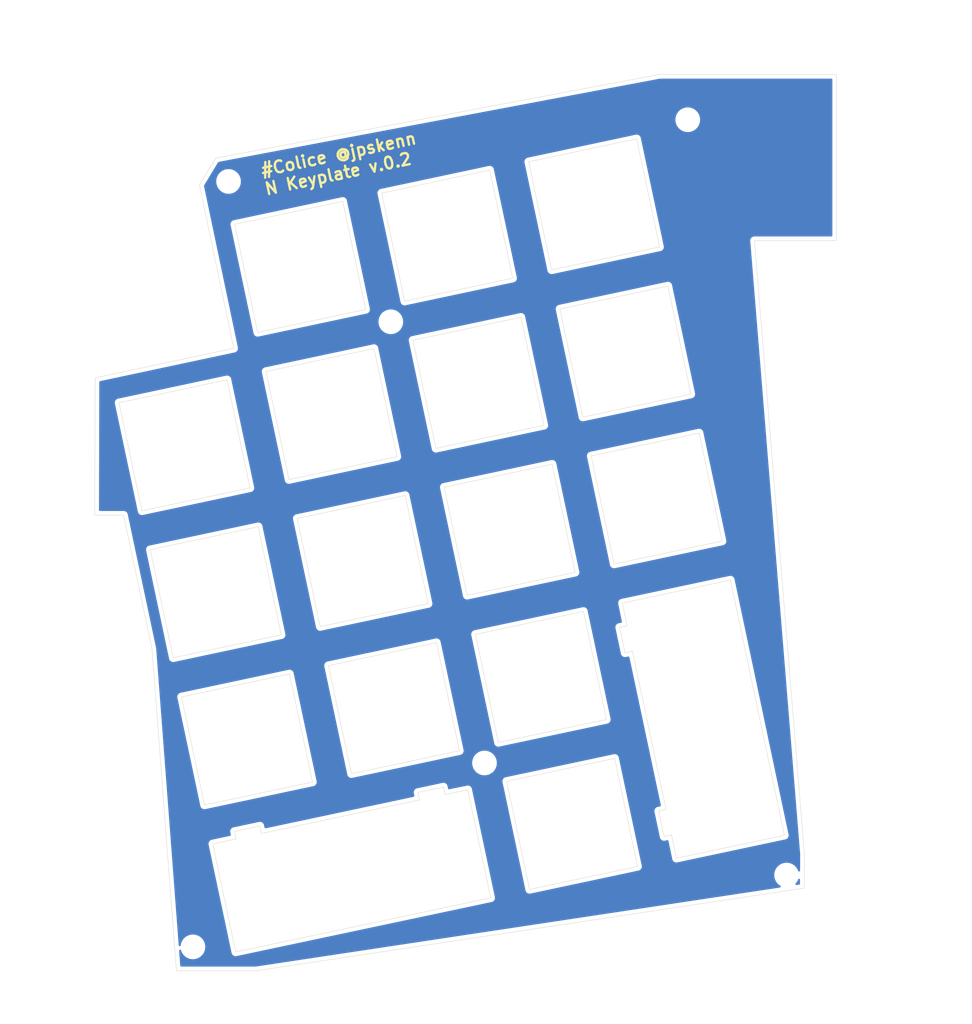
<source format=kicad_pcb>
(kicad_pcb (version 20171130) (host pcbnew "(5.1.5-0-10_14)")

  (general
    (thickness 1.6)
    (drawings 153)
    (tracks 0)
    (zones 0)
    (modules 6)
    (nets 1)
  )

  (page A4)
  (layers
    (0 F.Cu signal)
    (31 B.Cu signal)
    (32 B.Adhes user)
    (33 F.Adhes user)
    (34 B.Paste user)
    (35 F.Paste user)
    (36 B.SilkS user)
    (37 F.SilkS user)
    (38 B.Mask user)
    (39 F.Mask user)
    (40 Dwgs.User user)
    (41 Cmts.User user)
    (42 Eco1.User user)
    (43 Eco2.User user)
    (44 Edge.Cuts user)
    (45 Margin user)
    (46 B.CrtYd user)
    (47 F.CrtYd user)
    (48 B.Fab user)
    (49 F.Fab user)
  )

  (setup
    (last_trace_width 0.25)
    (trace_clearance 0.2)
    (zone_clearance 0.508)
    (zone_45_only no)
    (trace_min 0.2)
    (via_size 0.8)
    (via_drill 0.4)
    (via_min_size 0.4)
    (via_min_drill 0.3)
    (uvia_size 0.3)
    (uvia_drill 0.1)
    (uvias_allowed no)
    (uvia_min_size 0.2)
    (uvia_min_drill 0.1)
    (edge_width 0.05)
    (segment_width 0.2)
    (pcb_text_width 0.3)
    (pcb_text_size 1.5 1.5)
    (mod_edge_width 0.12)
    (mod_text_size 1 1)
    (mod_text_width 0.15)
    (pad_size 1.524 1.524)
    (pad_drill 0.762)
    (pad_to_mask_clearance 0.051)
    (solder_mask_min_width 0.25)
    (aux_axis_origin 0 0)
    (visible_elements FFFFFF7F)
    (pcbplotparams
      (layerselection 0x010fc_ffffffff)
      (usegerberextensions true)
      (usegerberattributes false)
      (usegerberadvancedattributes false)
      (creategerberjobfile false)
      (excludeedgelayer true)
      (linewidth 0.100000)
      (plotframeref false)
      (viasonmask false)
      (mode 1)
      (useauxorigin false)
      (hpglpennumber 1)
      (hpglpenspeed 20)
      (hpglpendiameter 15.000000)
      (psnegative false)
      (psa4output false)
      (plotreference true)
      (plotvalue true)
      (plotinvisibletext false)
      (padsonsilk false)
      (subtractmaskfromsilk false)
      (outputformat 1)
      (mirror false)
      (drillshape 0)
      (scaleselection 1)
      (outputdirectory "garber/"))
  )

  (net 0 "")

  (net_class Default "これはデフォルトのネット クラスです。"
    (clearance 0.2)
    (trace_width 0.25)
    (via_dia 0.8)
    (via_drill 0.4)
    (uvia_dia 0.3)
    (uvia_drill 0.1)
  )

  (module MountingHole:MountingHole_2.1mm (layer F.Cu) (tedit 5B924765) (tstamp 5EBC50CE)
    (at 168.76 147.06)
    (descr "Mounting Hole 2.1mm, no annular")
    (tags "mounting hole 2.1mm no annular")
    (attr virtual)
    (fp_text reference REF** (at 0 -3.2) (layer F.SilkS) hide
      (effects (font (size 1 1) (thickness 0.15)))
    )
    (fp_text value MountingHole_2.1mm (at 0 3.2) (layer F.Fab)
      (effects (font (size 1 1) (thickness 0.15)))
    )
    (fp_text user %R (at 0.3 0) (layer F.Fab)
      (effects (font (size 1 1) (thickness 0.15)))
    )
    (fp_circle (center 0 0) (end 2.1 0) (layer Cmts.User) (width 0.15))
    (fp_circle (center 0 0) (end 2.35 0) (layer F.CrtYd) (width 0.05))
    (pad "" np_thru_hole circle (at 0 0) (size 2.1 2.1) (drill 2.1) (layers *.Cu *.Mask))
  )

  (module MountingHole:MountingHole_2.1mm (layer F.Cu) (tedit 5B924765) (tstamp 5EBC50CE)
    (at 93.49 156.16)
    (descr "Mounting Hole 2.1mm, no annular")
    (tags "mounting hole 2.1mm no annular")
    (attr virtual)
    (fp_text reference REF** (at 0 -3.2) (layer F.SilkS) hide
      (effects (font (size 1 1) (thickness 0.15)))
    )
    (fp_text value MountingHole_2.1mm (at 0 3.2) (layer F.Fab)
      (effects (font (size 1 1) (thickness 0.15)))
    )
    (fp_text user %R (at 0.3 0) (layer F.Fab)
      (effects (font (size 1 1) (thickness 0.15)))
    )
    (fp_circle (center 0 0) (end 2.1 0) (layer Cmts.User) (width 0.15))
    (fp_circle (center 0 0) (end 2.35 0) (layer F.CrtYd) (width 0.05))
    (pad "" np_thru_hole circle (at 0 0) (size 2.1 2.1) (drill 2.1) (layers *.Cu *.Mask))
  )

  (module MountingHole:MountingHole_2.1mm (layer F.Cu) (tedit 5B924765) (tstamp 5EBC50CE)
    (at 130.46 132.86)
    (descr "Mounting Hole 2.1mm, no annular")
    (tags "mounting hole 2.1mm no annular")
    (attr virtual)
    (fp_text reference REF** (at 0 -3.2) (layer F.SilkS) hide
      (effects (font (size 1 1) (thickness 0.15)))
    )
    (fp_text value MountingHole_2.1mm (at 0 3.2) (layer F.Fab)
      (effects (font (size 1 1) (thickness 0.15)))
    )
    (fp_text user %R (at 0.3 0) (layer F.Fab)
      (effects (font (size 1 1) (thickness 0.15)))
    )
    (fp_circle (center 0 0) (end 2.1 0) (layer Cmts.User) (width 0.15))
    (fp_circle (center 0 0) (end 2.35 0) (layer F.CrtYd) (width 0.05))
    (pad "" np_thru_hole circle (at 0 0) (size 2.1 2.1) (drill 2.1) (layers *.Cu *.Mask))
  )

  (module MountingHole:MountingHole_2.1mm (layer F.Cu) (tedit 5B924765) (tstamp 5EBC50CE)
    (at 118.58 76.96)
    (descr "Mounting Hole 2.1mm, no annular")
    (tags "mounting hole 2.1mm no annular")
    (attr virtual)
    (fp_text reference REF** (at 0 -3.2) (layer F.SilkS) hide
      (effects (font (size 1 1) (thickness 0.15)))
    )
    (fp_text value MountingHole_2.1mm (at 0 3.2) (layer F.Fab)
      (effects (font (size 1 1) (thickness 0.15)))
    )
    (fp_text user %R (at 0.3 0) (layer F.Fab)
      (effects (font (size 1 1) (thickness 0.15)))
    )
    (fp_circle (center 0 0) (end 2.1 0) (layer Cmts.User) (width 0.15))
    (fp_circle (center 0 0) (end 2.35 0) (layer F.CrtYd) (width 0.05))
    (pad "" np_thru_hole circle (at 0 0) (size 2.1 2.1) (drill 2.1) (layers *.Cu *.Mask))
  )

  (module MountingHole:MountingHole_2.1mm (layer F.Cu) (tedit 5B924765) (tstamp 5EBC50CE)
    (at 98.01 59.18)
    (descr "Mounting Hole 2.1mm, no annular")
    (tags "mounting hole 2.1mm no annular")
    (attr virtual)
    (fp_text reference REF** (at 0 -3.2) (layer F.SilkS) hide
      (effects (font (size 1 1) (thickness 0.15)))
    )
    (fp_text value MountingHole_2.1mm (at 0 3.2) (layer F.Fab)
      (effects (font (size 1 1) (thickness 0.15)))
    )
    (fp_text user %R (at 0.3 0) (layer F.Fab)
      (effects (font (size 1 1) (thickness 0.15)))
    )
    (fp_circle (center 0 0) (end 2.1 0) (layer Cmts.User) (width 0.15))
    (fp_circle (center 0 0) (end 2.35 0) (layer F.CrtYd) (width 0.05))
    (pad "" np_thru_hole circle (at 0 0) (size 2.1 2.1) (drill 2.1) (layers *.Cu *.Mask))
  )

  (module MountingHole:MountingHole_2.1mm (layer F.Cu) (tedit 5B924765) (tstamp 5EBC50C5)
    (at 156.23 51.36)
    (descr "Mounting Hole 2.1mm, no annular")
    (tags "mounting hole 2.1mm no annular")
    (attr virtual)
    (fp_text reference REF** (at 0 -3.2) (layer F.SilkS) hide
      (effects (font (size 1 1) (thickness 0.15)))
    )
    (fp_text value MountingHole_2.1mm (at 0 3.2) (layer F.Fab)
      (effects (font (size 1 1) (thickness 0.15)))
    )
    (fp_circle (center 0 0) (end 2.35 0) (layer F.CrtYd) (width 0.05))
    (fp_circle (center 0 0) (end 2.1 0) (layer Cmts.User) (width 0.15))
    (fp_text user %R (at 0.3 0) (layer F.Fab)
      (effects (font (size 1 1) (thickness 0.15)))
    )
    (pad "" np_thru_hole circle (at 0 0) (size 2.1 2.1) (drill 2.1) (layers *.Cu *.Mask))
  )

  (gr_text "#Colice @jpskenn\nN Keyplate v.0.2" (at 102.23 59.04 12) (layer F.SilkS) (tstamp 5EBC5093)
    (effects (font (size 1.5 1.5) (thickness 0.3)) (justify left))
  )
  (gr_curve (pts (xy 174.938387 66.68444) (xy 175.02644 66.68444) (xy 175.098407 66.612812) (xy 175.098407 66.52442)) (layer Edge.Cuts) (width 0.05))
  (gr_curve (pts (xy 168.76026 148.059944) (xy 168.20654 148.059944) (xy 167.758654 147.612904) (xy 167.758654 147.060031)) (layer Edge.Cuts) (width 0.05))
  (gr_line (start 98.955472 142.479564) (end 98.955472 142.479564) (layer Edge.Cuts) (width 0.05))
  (gr_line (start 96.002384 143.106944) (end 98.955472 142.479564) (layer Edge.Cuts) (width 0.05))
  (gr_line (start 98.913224 156.801778) (end 96.002384 143.106944) (layer Edge.Cuts) (width 0.05))
  (gr_line (start 131.251234 149.949704) (end 98.913224 156.801778) (layer Edge.Cuts) (width 0.05))
  (gr_line (start 128.340394 136.255718) (end 131.251234 149.949704) (layer Edge.Cuts) (width 0.05))
  (gr_line (start 125.45326 136.846691) (end 128.340394 136.255718) (layer Edge.Cuts) (width 0.05))
  (gr_line (start 125.253447 135.905198) (end 125.45326 136.846691) (layer Edge.Cuts) (width 0.05))
  (gr_line (start 122.025107 136.590998) (end 125.253447 135.905198) (layer Edge.Cuts) (width 0.05))
  (gr_line (start 122.225767 137.533338) (end 122.025107 136.590998) (layer Edge.Cuts) (width 0.05))
  (gr_line (start 102.183389 141.792918) (end 122.225767 137.533338) (layer Edge.Cuts) (width 0.05))
  (gr_curve (pts (xy 81.087842 84.196894) (xy 81.084202 85.689567) (xy 81.050081 99.649492) (xy 81.046017 101.305995)) (layer Edge.Cuts) (width 0.05))
  (gr_curve (pts (xy 81.046017 101.305995) (xy 81.045932 101.348498) (xy 81.062696 101.389307) (xy 81.092753 101.419364)) (layer Edge.Cuts) (width 0.05))
  (gr_line (start 88.301188 118.396978) (end 91.398549 159.187684) (layer Edge.Cuts) (width 0.05))
  (gr_line (start 148.277699 118.906671) (end 147.591054 115.679178) (layer Edge.Cuts) (width 0.05))
  (gr_line (start 149.219194 118.706858) (end 148.277699 118.906671) (layer Edge.Cuts) (width 0.05))
  (gr_line (start 153.479619 138.749151) (end 149.219194 118.706858) (layer Edge.Cuts) (width 0.05))
  (gr_line (start 152.537279 138.948964) (end 153.479619 138.749151) (layer Edge.Cuts) (width 0.05))
  (gr_line (start 153.223927 142.177304) (end 152.537279 138.948964) (layer Edge.Cuts) (width 0.05))
  (gr_line (start 154.16542 141.976644) (end 153.223927 142.177304) (layer Edge.Cuts) (width 0.05))
  (gr_line (start 170.989534 148.716958) (end 171.020014 144.425204) (layer Edge.Cuts) (width 0.05))
  (gr_line (start 101.495726 159.187684) (end 170.989534 148.716958) (layer Edge.Cuts) (width 0.05))
  (gr_line (start 105.73778 121.576211) (end 108.64862 135.270198) (layer Edge.Cuts) (width 0.05))
  (gr_line (start 154.16542 141.976644) (end 154.16542 141.976644) (layer Edge.Cuts) (width 0.05))
  (gr_line (start 154.7928 144.929818) (end 154.16542 141.976644) (layer Edge.Cuts) (width 0.05))
  (gr_line (start 168.487634 142.018978) (end 154.7928 144.929818) (layer Edge.Cuts) (width 0.05))
  (gr_line (start 161.636407 109.680883) (end 168.487634 142.018978) (layer Edge.Cuts) (width 0.05))
  (gr_line (start 147.941574 112.591723) (end 161.636407 109.680883) (layer Edge.Cuts) (width 0.05))
  (gr_line (start 148.533394 115.478518) (end 147.941574 112.591723) (layer Edge.Cuts) (width 0.05))
  (gr_line (start 147.591054 115.679178) (end 148.533394 115.478518) (layer Edge.Cuts) (width 0.05))
  (gr_line (start 168.76026 148.059944) (end 168.76026 148.059944) (layer Edge.Cuts) (width 0.05))
  (gr_line (start 146.962827 132.274691) (end 146.962827 132.274691) (layer Edge.Cuts) (width 0.05))
  (gr_line (start 133.26884 135.185531) (end 146.962827 132.274691) (layer Edge.Cuts) (width 0.05))
  (gr_line (start 136.17968 148.880364) (end 133.26884 135.185531) (layer Edge.Cuts) (width 0.05))
  (gr_line (start 149.873666 145.968678) (end 136.17968 148.880364) (layer Edge.Cuts) (width 0.05))
  (gr_line (start 146.962827 132.274691) (end 149.873666 145.968678) (layer Edge.Cuts) (width 0.05))
  (gr_curve (pts (xy 169.75848 147.060031) (xy 169.75848 147.612904) (xy 169.309747 148.059944) (xy 168.76026 148.059944)) (layer Edge.Cuts) (width 0.05))
  (gr_curve (pts (xy 168.76026 146.060118) (xy 169.309747 146.060118) (xy 169.75848 146.508004) (xy 169.75848 147.060031)) (layer Edge.Cuts) (width 0.05))
  (gr_curve (pts (xy 167.758654 147.060031) (xy 167.758654 146.508004) (xy 168.20654 146.060118) (xy 168.76026 146.060118)) (layer Edge.Cuts) (width 0.05))
  (gr_line (start 101.77428 102.928716) (end 104.685374 116.623211) (layer Edge.Cuts) (width 0.05))
  (gr_line (start 143.005507 113.654374) (end 143.005507 113.654374) (layer Edge.Cuts) (width 0.05))
  (gr_line (start 129.310674 116.565638) (end 143.005507 113.654374) (layer Edge.Cuts) (width 0.05))
  (gr_line (start 132.221514 130.259624) (end 129.310674 116.565638) (layer Edge.Cuts) (width 0.05))
  (gr_line (start 145.916347 127.348784) (end 132.221514 130.259624) (layer Edge.Cuts) (width 0.05))
  (gr_line (start 143.005507 113.654374) (end 145.916347 127.348784) (layer Edge.Cuts) (width 0.05))
  (gr_curve (pts (xy 129.45376 132.858891) (xy 129.45376 132.306864) (xy 129.902494 131.858978) (xy 130.455367 131.858978)) (layer Edge.Cuts) (width 0.05))
  (gr_curve (pts (xy 130.455367 133.858804) (xy 129.902494 133.858804) (xy 129.45376 133.411764) (xy 129.45376 132.858891)) (layer Edge.Cuts) (width 0.05))
  (gr_line (start 105.73778 121.576211) (end 105.73778 121.576211) (layer Edge.Cuts) (width 0.05))
  (gr_line (start 81.214419 84.040768) (end 81.214419 84.040768) (layer Edge.Cuts) (width 0.05))
  (gr_curve (pts (xy 94.489729 156.165084) (xy 94.489729 156.717111) (xy 94.04125 157.164998) (xy 93.491509 157.164998)) (layer Edge.Cuts) (width 0.05))
  (gr_curve (pts (xy 93.491509 155.165171) (xy 94.04125 155.165171) (xy 94.489729 155.613058) (xy 94.489729 156.165084)) (layer Edge.Cuts) (width 0.05))
  (gr_curve (pts (xy 92.489733 156.165084) (xy 92.489733 155.613058) (xy 92.938212 155.165171) (xy 93.491509 155.165171)) (layer Edge.Cuts) (width 0.05))
  (gr_curve (pts (xy 93.491509 157.164998) (xy 92.938212 157.164998) (xy 92.489733 156.717111) (xy 92.489733 156.165084)) (layer Edge.Cuts) (width 0.05))
  (gr_line (start 94.320226 59.619092) (end 98.66786 80.319245) (layer Edge.Cuts) (width 0.05))
  (gr_line (start 96.374917 56.226329) (end 94.320226 59.619092) (layer Edge.Cuts) (width 0.05))
  (gr_curve (pts (xy 175.098407 66.52442) (xy 175.098407 64.687323) (xy 175.098407 47.614205) (xy 175.098407 45.777108)) (layer Edge.Cuts) (width 0.05))
  (gr_curve (pts (xy 81.214419 84.040768) (xy 81.140759 84.056516) (xy 81.088012 84.12154) (xy 81.087842 84.196894)) (layer Edge.Cuts) (width 0.05))
  (gr_line (start 106.71314 101.87885) (end 120.407974 98.96801) (layer Edge.Cuts) (width 0.05))
  (gr_line (start 109.62398 115.573344) (end 106.71314 101.87885) (layer Edge.Cuts) (width 0.05))
  (gr_line (start 123.318814 112.662504) (end 109.62398 115.573344) (layer Edge.Cuts) (width 0.05))
  (gr_line (start 120.407974 98.96801) (end 123.318814 112.662504) (layer Edge.Cuts) (width 0.05))
  (gr_line (start 101.77428 102.928716) (end 101.77428 102.928716) (layer Edge.Cuts) (width 0.05))
  (gr_line (start 88.079785 105.839556) (end 101.77428 102.928716) (layer Edge.Cuts) (width 0.05))
  (gr_line (start 90.990625 119.534051) (end 88.079785 105.839556) (layer Edge.Cuts) (width 0.05))
  (gr_line (start 104.685374 116.623211) (end 90.990625 119.534051) (layer Edge.Cuts) (width 0.05))
  (gr_curve (pts (xy 174.938387 45.617088) (xy 172.9284 45.617088) (xy 152.665126 45.617088) (xy 152.665126 45.617088)) (layer Edge.Cuts) (width 0.05))
  (gr_line (start 101.983152 140.851424) (end 102.183389 141.792918) (layer Edge.Cuts) (width 0.05))
  (gr_line (start 98.755236 141.537224) (end 101.983152 140.851424) (layer Edge.Cuts) (width 0.05))
  (gr_line (start 98.955472 142.479564) (end 98.755236 141.537224) (layer Edge.Cuts) (width 0.05))
  (gr_line (start 93.491509 157.164998) (end 93.491509 157.164998) (layer Edge.Cuts) (width 0.05))
  (gr_line (start 152.665126 45.617088) (end 96.374917 56.226329) (layer Edge.Cuts) (width 0.05))
  (gr_curve (pts (xy 98.66786 80.319245) (xy 98.66786 80.319245) (xy 82.794553 83.70388) (xy 81.214419 84.040768)) (layer Edge.Cuts) (width 0.05))
  (gr_line (start 171.020014 144.425204) (end 164.686947 66.68444) (layer Edge.Cuts) (width 0.05))
  (gr_line (start 130.455367 133.858804) (end 130.455367 133.858804) (layer Edge.Cuts) (width 0.05))
  (gr_line (start 124.37122 117.615504) (end 124.37122 117.615504) (layer Edge.Cuts) (width 0.05))
  (gr_line (start 110.677234 120.526344) (end 124.37122 117.615504) (layer Edge.Cuts) (width 0.05))
  (gr_curve (pts (xy 175.098407 45.777108) (xy 175.098407 45.688716) (xy 175.02644 45.617088) (xy 174.938387 45.617088)) (layer Edge.Cuts) (width 0.05))
  (gr_line (start 113.588074 134.220331) (end 110.677234 120.526344) (layer Edge.Cuts) (width 0.05))
  (gr_line (start 127.28206 131.309491) (end 113.588074 134.220331) (layer Edge.Cuts) (width 0.05))
  (gr_line (start 124.37122 117.615504) (end 127.28206 131.309491) (layer Edge.Cuts) (width 0.05))
  (gr_curve (pts (xy 131.453587 132.858891) (xy 131.453587 133.411764) (xy 131.004854 133.858804) (xy 130.455367 133.858804)) (layer Edge.Cuts) (width 0.05))
  (gr_curve (pts (xy 130.455367 131.858978) (xy 131.004854 131.858978) (xy 131.453587 132.306864) (xy 131.453587 132.858891)) (layer Edge.Cuts) (width 0.05))
  (gr_line (start 92.04337 124.487051) (end 105.73778 121.576211) (layer Edge.Cuts) (width 0.05))
  (gr_line (start 94.95421 138.181038) (end 92.04337 124.487051) (layer Edge.Cuts) (width 0.05))
  (gr_line (start 108.64862 135.270198) (end 94.95421 138.181038) (layer Edge.Cuts) (width 0.05))
  (gr_curve (pts (xy 164.686947 66.68444) (xy 164.686947 66.68444) (xy 173.626054 66.68444) (xy 174.938387 66.68444)) (layer Edge.Cuts) (width 0.05))
  (gr_curve (pts (xy 156.233827 50.358929) (xy 156.783314 50.358929) (xy 157.232047 50.8069) (xy 157.232047 51.358673)) (layer Edge.Cuts) (width 0.05))
  (gr_curve (pts (xy 157.232047 51.358673) (xy 157.232047 51.911631) (xy 156.783314 52.358925) (xy 156.233827 52.358925)) (layer Edge.Cuts) (width 0.05))
  (gr_line (start 98.009068 60.179924) (end 98.009068 60.179924) (layer Edge.Cuts) (width 0.05))
  (gr_line (start 156.233827 52.358925) (end 156.233827 52.358925) (layer Edge.Cuts) (width 0.05))
  (gr_line (start 84.702346 101.466354) (end 88.301188 118.396978) (layer Edge.Cuts) (width 0.05))
  (gr_curve (pts (xy 81.092753 101.419364) (xy 81.122725 101.449505) (xy 81.163534 101.466354) (xy 81.206037 101.466354)) (layer Edge.Cuts) (width 0.05))
  (gr_line (start 91.398549 159.187684) (end 101.495726 159.187684) (layer Edge.Cuts) (width 0.05))
  (gr_curve (pts (xy 81.206037 101.466354) (xy 81.91131 101.466354) (xy 84.702346 101.466354) (xy 84.702346 101.466354)) (layer Edge.Cuts) (width 0.05))
  (gr_line (start 128.258267 111.612639) (end 125.347427 97.918143) (layer Edge.Cuts) (width 0.05))
  (gr_line (start 141.952254 108.701798) (end 128.258267 111.612639) (layer Edge.Cuts) (width 0.05))
  (gr_line (start 139.041414 95.007303) (end 141.952254 108.701798) (layer Edge.Cuts) (width 0.05))
  (gr_line (start 120.407974 98.96801) (end 120.407974 98.96801) (layer Edge.Cuts) (width 0.05))
  (gr_line (start 121.38926 79.297996) (end 135.084094 76.387156) (layer Edge.Cuts) (width 0.05))
  (gr_line (start 124.3001 92.99249) (end 121.38926 79.297996) (layer Edge.Cuts) (width 0.05))
  (gr_line (start 137.994934 90.081566) (end 124.3001 92.99249) (layer Edge.Cuts) (width 0.05))
  (gr_line (start 135.084094 76.387156) (end 137.994934 90.081566) (layer Edge.Cuts) (width 0.05))
  (gr_line (start 116.449807 80.347862) (end 116.449807 80.347862) (layer Edge.Cuts) (width 0.05))
  (gr_line (start 102.755566 83.258702) (end 116.449807 80.347862) (layer Edge.Cuts) (width 0.05))
  (gr_line (start 105.66666 96.953197) (end 102.755566 83.258702) (layer Edge.Cuts) (width 0.05))
  (gr_line (start 119.360647 94.042272) (end 105.66666 96.953197) (layer Edge.Cuts) (width 0.05))
  (gr_line (start 116.449807 80.347862) (end 119.360647 94.042272) (layer Edge.Cuts) (width 0.05))
  (gr_line (start 97.816452 84.308569) (end 97.816452 84.308569) (layer Edge.Cuts) (width 0.05))
  (gr_line (start 84.121957 87.219409) (end 97.816452 84.308569) (layer Edge.Cuts) (width 0.05))
  (gr_line (start 87.032797 100.913904) (end 84.121957 87.219409) (layer Edge.Cuts) (width 0.05))
  (gr_line (start 100.727292 98.002979) (end 87.032797 100.913904) (layer Edge.Cuts) (width 0.05))
  (gr_line (start 97.816452 84.308569) (end 100.727292 98.002979) (layer Edge.Cuts) (width 0.05))
  (gr_line (start 157.674854 91.046596) (end 157.674854 91.046596) (layer Edge.Cuts) (width 0.05))
  (gr_line (start 143.980867 93.957436) (end 157.674854 91.046596) (layer Edge.Cuts) (width 0.05))
  (gr_line (start 146.891707 107.651931) (end 143.980867 93.957436) (layer Edge.Cuts) (width 0.05))
  (gr_line (start 160.585694 104.741091) (end 146.891707 107.651931) (layer Edge.Cuts) (width 0.05))
  (gr_line (start 157.674854 91.046596) (end 160.585694 104.741091) (layer Edge.Cuts) (width 0.05))
  (gr_line (start 139.041414 95.007303) (end 139.041414 95.007303) (layer Edge.Cuts) (width 0.05))
  (gr_line (start 125.347427 97.918143) (end 139.041414 95.007303) (layer Edge.Cuts) (width 0.05))
  (gr_line (start 118.5724 77.95823) (end 118.5724 77.95823) (layer Edge.Cuts) (width 0.05))
  (gr_line (start 112.48656 61.700706) (end 112.48656 61.700706) (layer Edge.Cuts) (width 0.05))
  (gr_line (start 98.792066 64.611546) (end 112.48656 61.700706) (layer Edge.Cuts) (width 0.05))
  (gr_line (start 101.702906 78.306041) (end 98.792066 64.611546) (layer Edge.Cuts) (width 0.05))
  (gr_line (start 115.3974 75.395201) (end 101.702906 78.306041) (layer Edge.Cuts) (width 0.05))
  (gr_line (start 112.48656 61.700706) (end 115.3974 75.395201) (layer Edge.Cuts) (width 0.05))
  (gr_curve (pts (xy 119.57062 76.957978) (xy 119.57062 77.510936) (xy 119.121887 77.95823) (xy 118.5724 77.95823)) (layer Edge.Cuts) (width 0.05))
  (gr_curve (pts (xy 118.5724 75.95815) (xy 119.121887 75.95815) (xy 119.57062 76.406206) (xy 119.57062 76.957978)) (layer Edge.Cuts) (width 0.05))
  (gr_curve (pts (xy 117.570794 76.957978) (xy 117.570794 76.406206) (xy 118.01868 75.95815) (xy 118.5724 75.95815)) (layer Edge.Cuts) (width 0.05))
  (gr_curve (pts (xy 118.5724 77.95823) (xy 118.01868 77.95823) (xy 117.570794 77.510936) (xy 117.570794 76.957978)) (layer Edge.Cuts) (width 0.05))
  (gr_line (start 153.717534 72.426449) (end 153.717534 72.426449) (layer Edge.Cuts) (width 0.05))
  (gr_line (start 140.0227 75.337289) (end 153.717534 72.426449) (layer Edge.Cuts) (width 0.05))
  (gr_line (start 142.93354 89.031784) (end 140.0227 75.337289) (layer Edge.Cuts) (width 0.05))
  (gr_line (start 156.628374 86.120944) (end 142.93354 89.031784) (layer Edge.Cuts) (width 0.05))
  (gr_line (start 153.717534 72.426449) (end 156.628374 86.120944) (layer Edge.Cuts) (width 0.05))
  (gr_line (start 135.084094 76.387156) (end 135.084094 76.387156) (layer Edge.Cuts) (width 0.05))
  (gr_curve (pts (xy 155.23222 51.358673) (xy 155.23222 50.8069) (xy 155.680107 50.358929) (xy 156.233827 50.358929)) (layer Edge.Cuts) (width 0.05))
  (gr_curve (pts (xy 156.233827 52.358925) (xy 155.680107 52.358925) (xy 155.23222 51.911631) (xy 155.23222 51.358673)) (layer Edge.Cuts) (width 0.05))
  (gr_line (start 149.753439 53.779293) (end 149.753439 53.779293) (layer Edge.Cuts) (width 0.05))
  (gr_line (start 136.059454 56.690133) (end 149.753439 53.779293) (layer Edge.Cuts) (width 0.05))
  (gr_line (start 138.970294 70.384628) (end 136.059454 56.690133) (layer Edge.Cuts) (width 0.05))
  (gr_line (start 152.665126 67.473788) (end 138.970294 70.384628) (layer Edge.Cuts) (width 0.05))
  (gr_line (start 149.753439 53.779293) (end 152.665126 67.473788) (layer Edge.Cuts) (width 0.05))
  (gr_curve (pts (xy 99.007288 59.179756) (xy 99.007288 59.73263) (xy 98.558809 60.179924) (xy 98.009068 60.179924)) (layer Edge.Cuts) (width 0.05))
  (gr_curve (pts (xy 98.009068 58.179928) (xy 98.558809 58.179928) (xy 99.007288 58.627899) (xy 99.007288 59.179756)) (layer Edge.Cuts) (width 0.05))
  (gr_curve (pts (xy 97.007292 59.179756) (xy 97.007292 58.627899) (xy 97.455772 58.179928) (xy 98.009068 58.179928)) (layer Edge.Cuts) (width 0.05))
  (gr_curve (pts (xy 98.009068 60.179924) (xy 97.455772 60.179924) (xy 97.007292 59.73263) (xy 97.007292 59.179756)) (layer Edge.Cuts) (width 0.05))
  (gr_line (start 131.12 57.74) (end 131.12 57.74) (layer Edge.Cuts) (width 0.05))
  (gr_line (start 117.426014 60.65084) (end 131.12 57.74) (layer Edge.Cuts) (width 0.05))
  (gr_line (start 120.336854 74.345334) (end 117.426014 60.65084) (layer Edge.Cuts) (width 0.05))
  (gr_line (start 134.03084 71.434494) (end 120.336854 74.345334) (layer Edge.Cuts) (width 0.05))
  (gr_line (start 131.12 57.74) (end 134.03084 71.434494) (layer Edge.Cuts) (width 0.05))

  (zone (net 0) (net_name "") (layer B.Cu) (tstamp 5EBC4FD7) (hatch edge 0.508)
    (connect_pads (clearance 0.508))
    (min_thickness 0.254)
    (fill yes (arc_segments 32) (thermal_gap 0.508) (thermal_bridge_width 0.508))
    (polygon
      (pts
        (xy 192.29 161.31) (xy 71.11 165.94) (xy 69.03 36.88) (xy 189.74 36.19)
      )
    )
    (filled_polygon
      (pts
        (xy 174.438407 66.02444) (xy 164.692471 66.02444) (xy 164.6331 66.023437) (xy 164.505178 66.046643) (xy 164.384244 66.09436)
        (xy 164.274941 66.164752) (xy 164.181472 66.255117) (xy 164.107427 66.36198) (xy 164.055654 66.481234) (xy 164.02814 66.608298)
        (xy 164.026494 66.705716) (xy 170.359823 144.449708) (xy 170.345374 146.484315) (xy 170.253228 146.261853) (xy 170.068825 145.985875)
        (xy 169.834125 145.751175) (xy 169.558147 145.566772) (xy 169.251496 145.439754) (xy 168.925958 145.375) (xy 168.594042 145.375)
        (xy 168.268504 145.439754) (xy 167.961853 145.566772) (xy 167.685875 145.751175) (xy 167.451175 145.985875) (xy 167.266772 146.261853)
        (xy 167.139754 146.568504) (xy 167.075 146.894042) (xy 167.075 147.225958) (xy 167.139754 147.551496) (xy 167.266772 147.858147)
        (xy 167.451175 148.134125) (xy 167.685875 148.368825) (xy 167.903803 148.51444) (xy 101.446287 158.527684) (xy 92.010333 158.527684)
        (xy 91.866704 156.636164) (xy 91.869754 156.651496) (xy 91.996772 156.958147) (xy 92.181175 157.234125) (xy 92.415875 157.468825)
        (xy 92.691853 157.653228) (xy 92.998504 157.780246) (xy 93.324042 157.845) (xy 93.655958 157.845) (xy 93.981496 157.780246)
        (xy 94.288147 157.653228) (xy 94.564125 157.468825) (xy 94.798825 157.234125) (xy 94.983228 156.958147) (xy 95.110246 156.651496)
        (xy 95.175 156.325958) (xy 95.175 155.994042) (xy 95.110246 155.668504) (xy 94.983228 155.361853) (xy 94.798825 155.085875)
        (xy 94.564125 154.851175) (xy 94.288147 154.666772) (xy 93.981496 154.539754) (xy 93.655958 154.475) (xy 93.324042 154.475)
        (xy 92.998504 154.539754) (xy 92.691853 154.666772) (xy 92.415875 154.851175) (xy 92.181175 155.085875) (xy 91.996772 155.361853)
        (xy 91.869754 155.668504) (xy 91.814369 155.946939) (xy 90.840044 143.115556) (xy 95.339247 143.115556) (xy 95.339251 143.115589)
        (xy 95.339248 143.11562) (xy 95.346671 143.18206) (xy 95.35367 143.244762) (xy 95.363538 143.275835) (xy 98.260864 156.907094)
        (xy 98.264436 156.939249) (xy 98.274339 156.970487) (xy 98.274385 156.970706) (xy 98.284834 157.003597) (xy 98.303722 157.06318)
        (xy 98.30382 157.063358) (xy 98.303886 157.063566) (xy 98.335898 157.121616) (xy 98.36643 157.177065) (xy 98.366564 157.177224)
        (xy 98.366667 157.177411) (xy 98.408896 157.227516) (xy 98.450151 157.276528) (xy 98.450314 157.276658) (xy 98.450451 157.276821)
        (xy 98.501803 157.317852) (xy 98.551669 157.357747) (xy 98.551853 157.357842) (xy 98.55202 157.357976) (xy 98.609883 157.387937)
        (xy 98.66708 157.417601) (xy 98.667284 157.41766) (xy 98.667469 157.417756) (xy 98.729304 157.435633) (xy 98.791951 157.453788)
        (xy 98.792162 157.453806) (xy 98.792362 157.453864) (xy 98.856805 157.459361) (xy 98.92148 157.464919) (xy 98.921688 157.464896)
        (xy 98.9219 157.464914) (xy 98.987061 157.457634) (xy 99.018318 157.454162) (xy 99.018517 157.45412) (xy 99.051105 157.450479)
        (xy 99.081957 157.440677) (xy 131.356545 150.602043) (xy 131.389123 150.598403) (xy 131.449245 150.579302) (xy 131.512636 150.559207)
        (xy 131.51283 150.5591) (xy 131.513029 150.559037) (xy 131.568035 150.528703) (xy 131.626521 150.496499) (xy 131.626691 150.496356)
        (xy 131.626874 150.496255) (xy 131.675129 150.455584) (xy 131.725984 150.412778) (xy 131.726122 150.412606) (xy 131.726283 150.41247)
        (xy 131.765943 150.362832) (xy 131.807203 150.31126) (xy 131.807304 150.311065) (xy 131.807436 150.3109) (xy 131.8365 150.254769)
        (xy 131.867057 150.195849) (xy 131.867119 150.195636) (xy 131.867215 150.19545) (xy 131.884868 150.134388) (xy 131.903244 150.070978)
        (xy 131.903263 150.070761) (xy 131.903322 150.070556) (xy 131.908837 150.005887) (xy 131.914375 149.941447) (xy 131.914351 149.941235)
        (xy 131.91437 149.941018) (xy 131.907181 149.876678) (xy 131.900022 149.812233) (xy 131.890113 149.780972) (xy 128.993229 136.15264)
        (xy 128.990115 136.122726) (xy 128.97975 136.089227) (xy 128.97923 136.086782) (xy 128.970152 136.058207) (xy 128.951685 135.998526)
        (xy 128.950489 135.996318) (xy 128.949728 135.993923) (xy 128.919528 135.93916) (xy 128.889763 135.884212) (xy 128.888159 135.88228)
        (xy 128.886945 135.880078) (xy 128.846643 135.832261) (xy 128.80673 135.784173) (xy 128.804779 135.78259) (xy 128.80316 135.780669)
        (xy 128.754362 135.74168) (xy 128.705776 135.702256) (xy 128.70355 135.701082) (xy 128.70159 135.699516) (xy 128.646144 135.670807)
        (xy 128.59078 135.641608) (xy 128.588369 135.640891) (xy 128.58614 135.639737) (xy 128.52605 135.622365) (xy 128.466162 135.604561)
        (xy 128.463665 135.604329) (xy 128.461247 135.60363) (xy 128.398854 135.598309) (xy 128.336711 135.592536) (xy 128.334216 135.592796)
        (xy 128.33171 135.592582) (xy 128.269596 135.599522) (xy 128.239801 135.602624) (xy 128.237352 135.603125) (xy 128.202505 135.607019)
        (xy 128.173842 135.616125) (xy 125.962846 136.068698) (xy 125.905785 135.799836) (xy 125.902164 135.767391) (xy 125.881479 135.702256)
        (xy 125.862864 135.643597) (xy 125.862834 135.643542) (xy 125.862814 135.64348) (xy 125.830438 135.584755) (xy 125.800118 135.529733)
        (xy 125.800079 135.529686) (xy 125.800046 135.529627) (xy 125.756595 135.478061) (xy 125.716365 135.430297) (xy 125.716316 135.430258)
        (xy 125.716274 135.430208) (xy 125.665965 135.390001) (xy 125.614821 135.349111) (xy 125.614762 135.349081) (xy 125.614714 135.349042)
        (xy 125.559268 135.320324) (xy 125.49939 135.289295) (xy 125.499326 135.289276) (xy 125.499271 135.289248) (xy 125.439017 135.271821)
        (xy 125.374508 135.253149) (xy 125.374442 135.253143) (xy 125.374382 135.253126) (xy 125.311534 135.247757) (xy 125.244974 135.242059)
        (xy 125.244908 135.242066) (xy 125.244846 135.242061) (xy 125.180067 135.249291) (xy 125.115765 135.256455) (xy 125.084659 135.266327)
        (xy 121.91952 135.938701) (xy 121.886985 135.942348) (xy 121.824771 135.962138) (xy 121.763389 135.981631) (xy 121.763248 135.981709)
        (xy 121.763093 135.981758) (xy 121.705958 136.013293) (xy 121.649536 136.044399) (xy 121.649413 136.044503) (xy 121.649271 136.044581)
        (xy 121.599237 136.086782) (xy 121.550117 136.128172) (xy 121.550018 136.128295) (xy 121.549892 136.128402) (xy 121.509136 136.179449)
        (xy 121.468951 136.229731) (xy 121.468876 136.229876) (xy 121.468776 136.230001) (xy 121.439208 136.287156) (xy 121.409157 136.345174)
        (xy 121.409112 136.34533) (xy 121.409038 136.345473) (xy 121.390973 136.408043) (xy 121.373035 136.470063) (xy 121.373021 136.470222)
        (xy 121.372976 136.470379) (xy 121.367432 136.535661) (xy 121.36197 136.599598) (xy 121.361988 136.599758) (xy 121.361974 136.59992)
        (xy 121.369236 136.664703) (xy 121.37639 136.728805) (xy 121.386298 136.760005) (xy 121.442729 137.025015) (xy 102.691672 141.010153)
        (xy 102.635471 140.745903) (xy 102.631865 140.713599) (xy 102.621984 140.682486) (xy 102.621969 140.682417) (xy 102.612341 140.652123)
        (xy 102.592512 140.58969) (xy 102.592477 140.589626) (xy 102.592456 140.589561) (xy 102.561986 140.534324) (xy 102.529741 140.475839)
        (xy 102.529695 140.475784) (xy 102.529661 140.475723) (xy 102.488539 140.426944) (xy 102.445966 140.376422) (xy 102.44591 140.376377)
        (xy 102.445865 140.376324) (xy 102.396525 140.336911) (xy 102.344404 140.295258) (xy 102.344339 140.295224) (xy 102.344286 140.295182)
        (xy 102.288366 140.266234) (xy 102.22896 140.235467) (xy 102.228891 140.235447) (xy 102.228829 140.235415) (xy 102.168094 140.217864)
        (xy 102.10407 140.199348) (xy 102.103997 140.199342) (xy 102.103932 140.199323) (xy 102.040724 140.193939) (xy 101.974533 140.188287)
        (xy 101.974463 140.188295) (xy 101.974394 140.188289) (xy 101.909943 140.195498) (xy 101.877701 140.199097) (xy 101.877634 140.199111)
        (xy 101.84519 140.20274) (xy 101.814212 140.212586) (xy 98.64978 140.884899) (xy 98.617393 140.888515) (xy 98.541691 140.91256)
        (xy 98.493502 140.927864) (xy 98.493495 140.927868) (xy 98.493485 140.927871) (xy 98.440635 140.957012) (xy 98.379651 140.990635)
        (xy 98.379642 140.990643) (xy 98.379636 140.990646) (xy 98.343633 141.020986) (xy 98.280233 141.07441) (xy 98.280226 141.074419)
        (xy 98.280221 141.074423) (xy 98.243882 141.119897) (xy 98.19907 141.175972) (xy 98.199066 141.175979) (xy 98.19906 141.175987)
        (xy 98.172571 141.227136) (xy 98.139279 141.291416) (xy 98.139275 141.291428) (xy 98.139273 141.291433) (xy 98.129221 141.326194)
        (xy 98.10316 141.416306) (xy 98.103159 141.416317) (xy 98.103157 141.416324) (xy 98.099362 141.460785) (xy 98.092099 141.545842)
        (xy 98.0921 141.545855) (xy 98.0921 141.545861) (xy 98.094585 141.568112) (xy 98.106523 141.675049) (xy 98.116387 141.706107)
        (xy 98.172702 141.971133) (xy 95.89691 142.454622) (xy 95.864503 142.458243) (xy 95.800952 142.478433) (xy 95.740655 142.497582)
        (xy 95.740628 142.497597) (xy 95.740596 142.497607) (xy 95.685357 142.528069) (xy 95.626804 142.560351) (xy 95.626777 142.560373)
        (xy 95.626751 142.560388) (xy 95.579201 142.600464) (xy 95.527386 142.644126) (xy 95.527366 142.644151) (xy 95.527341 142.644172)
        (xy 95.486557 142.695215) (xy 95.446222 142.745687) (xy 95.446207 142.745716) (xy 95.446187 142.745741) (xy 95.416391 142.803283)
        (xy 95.38643 142.86113) (xy 95.386421 142.861161) (xy 95.386406 142.86119) (xy 95.367753 142.925707) (xy 95.35031 142.98602)
        (xy 95.350307 142.986051) (xy 95.350298 142.986083) (xy 95.344708 143.051612) (xy 95.339247 143.115556) (xy 90.840044 143.115556)
        (xy 89.426184 124.495731) (xy 91.380234 124.495731) (xy 91.39467 124.624936) (xy 91.404532 124.655978) (xy 94.301895 138.286566)
        (xy 94.30551 138.318923) (xy 94.315369 138.349956) (xy 94.315373 138.349974) (xy 94.344875 138.442833) (xy 94.407658 138.556677)
        (xy 94.491443 138.656087) (xy 94.593012 138.73724) (xy 94.666369 138.775223) (xy 94.70846 138.797018) (xy 94.833353 138.833125)
        (xy 94.96289 138.844174) (xy 94.962894 138.844174) (xy 95.032568 138.836389) (xy 95.059721 138.833355) (xy 95.059723 138.833355)
        (xy 95.092099 138.829737) (xy 95.123141 138.819875) (xy 108.754148 135.922513) (xy 108.786509 135.918897) (xy 108.817537 135.909039)
        (xy 108.817552 135.909036) (xy 108.910412 135.879534) (xy 109.024256 135.816753) (xy 109.123666 135.732968) (xy 109.20482 135.631399)
        (xy 109.2646 135.515949) (xy 109.300707 135.391056) (xy 109.300707 135.391054) (xy 109.300708 135.391051) (xy 109.307044 135.316758)
        (xy 109.311756 135.261518) (xy 109.311756 135.261513) (xy 109.304235 135.194207) (xy 132.605704 135.194207) (xy 132.605704 135.194215)
        (xy 132.61105 135.242059) (xy 132.616522 135.291038) (xy 132.616524 135.291045) (xy 132.620141 135.32342) (xy 132.630002 135.354459)
        (xy 135.527369 148.985908) (xy 135.530989 149.018292) (xy 135.545014 149.062429) (xy 135.570342 149.142152) (xy 135.570357 149.142179)
        (xy 135.570362 149.142195) (xy 135.592627 149.182563) (xy 135.633123 149.255997) (xy 135.633142 149.256019) (xy 135.633151 149.256036)
        (xy 135.666994 149.296185) (xy 135.716907 149.355407) (xy 135.716929 149.355425) (xy 135.716942 149.35544) (xy 135.759574 149.389499)
        (xy 135.818476 149.436562) (xy 135.818501 149.436575) (xy 135.818516 149.436587) (xy 135.870142 149.463315) (xy 135.933925 149.496342)
        (xy 135.933948 149.496349) (xy 135.93397 149.49636) (xy 135.997131 149.514616) (xy 136.058818 149.53245) (xy 136.058842 149.532452)
        (xy 136.058866 149.532459) (xy 136.12241 149.537875) (xy 136.188356 149.5435) (xy 136.188382 149.543497) (xy 136.188404 149.543499)
        (xy 136.247891 149.536849) (xy 136.317561 149.529065) (xy 136.348635 149.519193) (xy 149.979217 146.62099) (xy 150.011555 146.617377)
        (xy 150.042605 146.607513) (xy 150.04264 146.607505) (xy 150.092005 146.591818) (xy 150.135461 146.578012) (xy 150.135476 146.578004)
        (xy 150.135497 146.577997) (xy 150.20484 146.539751) (xy 150.249306 146.515229) (xy 150.249318 146.515219) (xy 150.249338 146.515208)
        (xy 150.307444 146.466229) (xy 150.348715 146.431444) (xy 150.348725 146.431431) (xy 150.348742 146.431417) (xy 150.395122 146.373362)
        (xy 150.429868 146.329875) (xy 150.429876 146.329859) (xy 150.429889 146.329843) (xy 150.467926 146.256373) (xy 150.489647 146.214424)
        (xy 150.489651 146.21441) (xy 150.489662 146.214389) (xy 150.510939 146.140774) (xy 150.525754 146.089531) (xy 150.525756 146.089511)
        (xy 150.525761 146.089493) (xy 150.531231 146.025314) (xy 150.536802 145.959993) (xy 150.5368 145.959971) (xy 150.536801 145.959955)
        (xy 150.530138 145.900351) (xy 150.525983 145.863162) (xy 150.525977 145.863136) (xy 150.522357 145.83075) (xy 150.5125 145.79973)
        (xy 147.616045 132.173417) (xy 147.613277 132.145308) (xy 147.61201 132.14113) (xy 147.611526 132.136802) (xy 147.601665 132.105764)
        (xy 147.601663 132.105755) (xy 147.593154 132.078973) (xy 147.575537 132.020898) (xy 147.573482 132.017052) (xy 147.572161 132.012896)
        (xy 147.542878 131.959797) (xy 147.514252 131.906241) (xy 147.511481 131.902865) (xy 147.509378 131.899051) (xy 147.470307 131.852694)
        (xy 147.431775 131.805743) (xy 147.428402 131.802975) (xy 147.425593 131.799642) (xy 147.378217 131.761789) (xy 147.331277 131.723266)
        (xy 147.327428 131.721208) (xy 147.324024 131.718489) (xy 147.270185 131.690612) (xy 147.21662 131.661981) (xy 147.212443 131.660714)
        (xy 147.208573 131.65871) (xy 147.150326 131.641871) (xy 147.09221 131.624241) (xy 147.087866 131.623813) (xy 147.08368 131.622603)
        (xy 147.023243 131.617448) (xy 146.995246 131.614691) (xy 146.990912 131.614691) (xy 146.954143 131.611555) (xy 146.954142 131.611555)
        (xy 146.928538 131.614416) (xy 146.893878 131.618289) (xy 146.833444 131.624241) (xy 146.829266 131.625508) (xy 146.824938 131.625992)
        (xy 146.79389 131.635856) (xy 133.163325 134.533214) (xy 133.130959 134.53683) (xy 133.099912 134.546693) (xy 133.099904 134.546695)
        (xy 133.051116 134.562195) (xy 133.007052 134.576194) (xy 133.007049 134.576196) (xy 133.007045 134.576197) (xy 132.971189 134.595971)
        (xy 132.893207 134.638975) (xy 132.893203 134.638978) (xy 132.8932 134.63898) (xy 132.844667 134.679885) (xy 132.793797 134.722759)
        (xy 132.793795 134.722762) (xy 132.793791 134.722765) (xy 132.750831 134.776533) (xy 132.712643 134.824328) (xy 132.712642 134.82433)
        (xy 132.712638 134.824335) (xy 132.687741 134.872418) (xy 132.652862 134.939777) (xy 132.652861 134.939782) (xy 132.652859 134.939785)
        (xy 132.616752 135.064678) (xy 132.610984 135.132313) (xy 132.605704 135.194207) (xy 109.304235 135.194207) (xy 109.29732 135.132313)
        (xy 109.287456 135.101263) (xy 106.390998 121.474937) (xy 106.38823 121.446828) (xy 106.386963 121.442653) (xy 106.38648 121.438326)
        (xy 106.376618 121.407284) (xy 106.376616 121.407275) (xy 106.368107 121.380493) (xy 106.35049 121.322418) (xy 106.348435 121.318572)
        (xy 106.347114 121.314416) (xy 106.317831 121.261317) (xy 106.289205 121.207761) (xy 106.286436 121.204388) (xy 106.284334 121.200575)
        (xy 106.265865 121.178661) (xy 106.247421 121.156778) (xy 106.245259 121.154213) (xy 106.206728 121.107263) (xy 106.203356 121.104496)
        (xy 106.200549 121.101165) (xy 106.200546 121.101162) (xy 106.166502 121.073961) (xy 106.153177 121.063314) (xy 106.10623 121.024786)
        (xy 106.102382 121.022729) (xy 106.09898 121.020011) (xy 106.045122 120.992123) (xy 105.991573 120.963501) (xy 105.987401 120.962235)
        (xy 105.98353 120.960231) (xy 105.925268 120.943387) (xy 105.867163 120.925761) (xy 105.86282 120.925333) (xy 105.858637 120.924124)
        (xy 105.858636 120.924124) (xy 105.858633 120.924123) (xy 105.798196 120.918968) (xy 105.770199 120.916211) (xy 105.765865 120.916211)
        (xy 105.765334 120.916166) (xy 105.729099 120.913075) (xy 105.729096 120.913075) (xy 105.676841 120.918914) (xy 105.668827 120.919809)
        (xy 105.608397 120.925761) (xy 105.604219 120.927028) (xy 105.599891 120.927512) (xy 105.568848 120.937374) (xy 91.937852 123.834735)
        (xy 91.905481 123.838352) (xy 91.874442 123.848213) (xy 91.874438 123.848214) (xy 91.820392 123.865385) (xy 91.781575 123.877717)
        (xy 91.712935 123.91557) (xy 91.667734 123.940497) (xy 91.568324 124.024282) (xy 91.568321 124.024285) (xy 91.54112 124.058329)
        (xy 91.48717 124.125851) (xy 91.42739 124.241301) (xy 91.427389 124.241305) (xy 91.391282 124.366198) (xy 91.384003 124.451539)
        (xy 91.380234 124.495731) (xy 89.426184 124.495731) (xy 89.125436 120.535028) (xy 110.014098 120.535028) (xy 110.024917 120.631859)
        (xy 110.024918 120.631865) (xy 110.028535 120.664233) (xy 110.038397 120.695274) (xy 112.935759 134.325862) (xy 112.939375 134.35822)
        (xy 112.949234 134.389251) (xy 112.949237 134.389267) (xy 112.978739 134.482126) (xy 113.041522 134.59597) (xy 113.125307 134.69538)
        (xy 113.226876 134.776533) (xy 113.342327 134.836312) (xy 113.378434 134.84675) (xy 113.467221 134.872419) (xy 113.596758 134.883467)
        (xy 113.693589 134.872648) (xy 113.693595 134.872647) (xy 113.725963 134.86903) (xy 113.757001 134.859169) (xy 123.9428 132.694042)
        (xy 128.775 132.694042) (xy 128.775 133.025958) (xy 128.839754 133.351496) (xy 128.966772 133.658147) (xy 129.151175 133.934125)
        (xy 129.385875 134.168825) (xy 129.661853 134.353228) (xy 129.968504 134.480246) (xy 130.294042 134.545) (xy 130.625958 134.545)
        (xy 130.951496 134.480246) (xy 131.258147 134.353228) (xy 131.534125 134.168825) (xy 131.768825 133.934125) (xy 131.953228 133.658147)
        (xy 132.080246 133.351496) (xy 132.145 133.025958) (xy 132.145 132.694042) (xy 132.080246 132.368504) (xy 131.953228 132.061853)
        (xy 131.768825 131.785875) (xy 131.534125 131.551175) (xy 131.258147 131.366772) (xy 130.951496 131.239754) (xy 130.625958 131.175)
        (xy 130.294042 131.175) (xy 129.968504 131.239754) (xy 129.661853 131.366772) (xy 129.385875 131.551175) (xy 129.151175 131.785875)
        (xy 128.966772 132.061853) (xy 128.839754 132.368504) (xy 128.775 132.694042) (xy 123.9428 132.694042) (xy 127.387591 131.961806)
        (xy 127.419949 131.95819) (xy 127.450978 131.948332) (xy 127.450996 131.948328) (xy 127.543855 131.918826) (xy 127.657699 131.856043)
        (xy 127.757108 131.772258) (xy 127.757695 131.771524) (xy 127.772563 131.752915) (xy 127.838262 131.670689) (xy 127.898041 131.555238)
        (xy 127.911243 131.50957) (xy 127.934148 131.430344) (xy 127.945196 131.300806) (xy 127.940146 131.255609) (xy 127.930759 131.171602)
        (xy 127.920896 131.140556) (xy 125.024438 117.51423) (xy 125.02167 117.486121) (xy 125.020403 117.481943) (xy 125.019919 117.477615)
        (xy 125.010058 117.446577) (xy 125.010056 117.446568) (xy 125.001547 117.419786) (xy 124.98393 117.361711) (xy 124.981875 117.357865)
        (xy 124.980554 117.353709) (xy 124.951271 117.30061) (xy 124.922645 117.247054) (xy 124.919874 117.243678) (xy 124.917771 117.239864)
        (xy 124.8787 117.193507) (xy 124.840168 117.146556) (xy 124.836795 117.143788) (xy 124.833986 117.140455) (xy 124.786628 117.102616)
        (xy 124.73967 117.064079) (xy 124.735818 117.06202) (xy 124.732416 117.059302) (xy 124.678594 117.031434) (xy 124.625013 117.002794)
        (xy 124.620836 117.001527) (xy 124.616966 116.999523) (xy 124.558719 116.982684) (xy 124.500603 116.965054) (xy 124.496259 116.964626)
        (xy 124.492073 116.963416) (xy 124.431636 116.958261) (xy 124.403639 116.955504) (xy 124.399305 116.955504) (xy 124.362536 116.952368)
        (xy 124.362534 116.952368) (xy 124.318428 116.957296) (xy 124.302271 116.959102) (xy 124.241837 116.965054) (xy 124.237659 116.966321)
        (xy 124.233331 116.966805) (xy 124.202283 116.976669) (xy 110.571713 119.874028) (xy 110.539345 119.877645) (xy 110.508304 119.887507)
        (xy 110.508298 119.887508) (xy 110.438498 119.909684) (xy 110.415439 119.91701) (xy 110.301594 119.979793) (xy 110.202185 120.063578)
        (xy 110.121032 120.165148) (xy 110.061253 120.280598) (xy 110.025146 120.405491) (xy 110.014098 120.535028) (xy 89.125436 120.535028)
        (xy 88.963321 118.400056) (xy 88.964324 118.388293) (xy 88.958405 118.335317) (xy 88.956838 118.314681) (xy 88.95481 118.303139)
        (xy 88.953505 118.291462) (xy 88.949191 118.271169) (xy 88.939974 118.218718) (xy 88.935705 118.207721) (xy 86.308522 105.848235)
        (xy 87.416649 105.848235) (xy 87.431085 105.97744) (xy 87.440949 106.008488) (xy 90.338308 119.639569) (xy 90.341924 119.671933)
        (xy 90.351785 119.702972) (xy 90.351787 119.702982) (xy 90.381288 119.795842) (xy 90.44407 119.909686) (xy 90.527854 120.009096)
        (xy 90.629423 120.09025) (xy 90.744873 120.15003) (xy 90.869766 120.186138) (xy 90.978941 120.19545) (xy 90.999302 120.197187)
        (xy 90.999304 120.197187) (xy 91.024125 120.194414) (xy 91.096133 120.186369) (xy 91.096139 120.186368) (xy 91.128509 120.182751)
        (xy 91.15955 120.17289) (xy 104.790892 117.275527) (xy 104.82327 117.271909) (xy 104.863066 117.259265) (xy 104.947163 117.232549)
        (xy 105.061008 117.169767) (xy 105.061015 117.169761) (xy 105.061019 117.169759) (xy 105.095787 117.140455) (xy 105.160418 117.085984)
        (xy 105.241572 116.984415) (xy 105.241576 116.984407) (xy 105.24158 116.984402) (xy 105.263904 116.941287) (xy 105.301353 116.868965)
        (xy 105.301356 116.868955) (xy 105.301358 116.868951) (xy 105.313357 116.827444) (xy 105.337461 116.744072) (xy 105.337462 116.744061)
        (xy 105.337463 116.744057) (xy 105.341443 116.697387) (xy 105.34851 116.614534) (xy 105.348509 116.614528) (xy 105.34851 116.614519)
        (xy 105.344018 116.574322) (xy 128.647538 116.574322) (xy 128.647539 116.574327) (xy 128.647538 116.574334) (xy 128.654122 116.633246)
        (xy 128.658357 116.671153) (xy 128.658359 116.671162) (xy 128.661977 116.703538) (xy 128.671838 116.734575) (xy 131.569198 130.365149)
        (xy 131.572813 130.397505) (xy 131.582673 130.428542) (xy 131.582677 130.42856) (xy 131.612179 130.521419) (xy 131.657953 130.604421)
        (xy 131.674958 130.635257) (xy 131.67496 130.635259) (xy 131.674962 130.635263) (xy 131.723014 130.692275) (xy 131.758742 130.734667)
        (xy 131.758747 130.734672) (xy 131.860316 130.815826) (xy 131.952009 130.863303) (xy 131.97576 130.875602) (xy 131.975763 130.875603)
        (xy 131.975767 130.875605) (xy 132.036728 130.893229) (xy 132.100653 130.91171) (xy 132.100658 130.91171) (xy 132.10066 130.911711)
        (xy 132.148746 130.915812) (xy 132.23019 130.92276) (xy 132.230198 130.92276) (xy 132.283583 130.916795) (xy 132.327021 130.911942)
        (xy 132.327028 130.91194) (xy 132.359403 130.908323) (xy 132.39044 130.898462) (xy 146.02187 128.0011) (xy 146.054232 127.997484)
        (xy 146.085262 127.987626) (xy 146.085275 127.987623) (xy 146.178135 127.958122) (xy 146.29198 127.895341) (xy 146.39139 127.811557)
        (xy 146.472545 127.709988) (xy 146.532325 127.594539) (xy 146.532326 127.594536) (xy 146.532327 127.594534) (xy 146.568434 127.469641)
        (xy 146.579483 127.340103) (xy 146.568664 127.243272) (xy 146.565048 127.210903) (xy 146.555184 127.179854) (xy 144.112509 115.68798)
        (xy 146.92792 115.68798) (xy 146.927926 115.688037) (xy 146.927921 115.6881) (xy 146.935297 115.753897) (xy 146.938756 115.784809)
        (xy 146.938768 115.784867) (xy 146.942404 115.8173) (xy 146.952261 115.848286) (xy 147.625369 119.012155) (xy 147.628956 119.044353)
        (xy 147.638855 119.075544) (xy 147.638892 119.07572) (xy 147.649424 119.108851) (xy 147.668282 119.168272) (xy 147.66836 119.168414)
        (xy 147.668411 119.168574) (xy 147.700567 119.22686) (xy 147.731028 119.282136) (xy 147.731131 119.282258) (xy 147.731213 119.282407)
        (xy 147.774097 119.33327) (xy 147.814781 119.381572) (xy 147.814907 119.381673) (xy 147.815016 119.381802) (xy 147.866571 119.422979)
        (xy 147.916325 119.462758) (xy 147.91647 119.462833) (xy 147.9166 119.462937) (xy 147.974685 119.493) (xy 148.031756 119.522574)
        (xy 148.031913 119.522619) (xy 148.032061 119.522696) (xy 148.094726 119.5408) (xy 148.156638 119.55872) (xy 148.156802 119.558734)
        (xy 148.156961 119.55878) (xy 148.220836 119.564216) (xy 148.286171 119.56981) (xy 148.286339 119.569791) (xy 148.286501 119.569805)
        (xy 148.350997 119.562587) (xy 148.383005 119.559021) (xy 148.383162 119.558988) (xy 148.415703 119.555346) (xy 148.446595 119.545525)
        (xy 148.710805 119.489452) (xy 152.696743 138.240478) (xy 152.431892 138.296637) (xy 152.399309 138.300282) (xy 152.33745 138.319943)
        (xy 152.275789 138.339499) (xy 152.275605 138.3396) (xy 152.275408 138.339663) (xy 152.219227 138.370655) (xy 152.161914 138.402224)
        (xy 152.161753 138.40236) (xy 152.161571 138.40246) (xy 152.112741 138.443626) (xy 152.062462 138.485959) (xy 152.062329 138.486126)
        (xy 152.062173 138.486257) (xy 152.022261 138.536222) (xy 151.981258 138.587489) (xy 151.981162 138.587674) (xy 151.981032 138.587837)
        (xy 151.951321 138.645235) (xy 151.921421 138.702909) (xy 151.921363 138.70311) (xy 151.921267 138.703295) (xy 151.903278 138.765548)
        (xy 151.885252 138.827784) (xy 151.885234 138.827992) (xy 151.885176 138.828193) (xy 151.879639 138.893205) (xy 151.874139 138.957316)
        (xy 151.874162 138.957521) (xy 151.874144 138.957731) (xy 151.881347 139.022118) (xy 151.888511 139.086528) (xy 151.898422 139.11778)
        (xy 152.571653 142.283042) (xy 152.575303 142.315545) (xy 152.59455 142.376012) (xy 152.614625 142.439175) (xy 152.614694 142.4393)
        (xy 152.614735 142.439429) (xy 152.645589 142.495305) (xy 152.677422 142.553012) (xy 152.677512 142.553119) (xy 152.677579 142.55324)
        (xy 152.718867 142.602173) (xy 152.761219 142.65241) (xy 152.76133 142.652499) (xy 152.761418 142.652603) (xy 152.811434 142.692521)
        (xy 152.862799 142.733551) (xy 152.862924 142.733616) (xy 152.863032 142.733702) (xy 152.920171 142.763249) (xy 152.978257 142.793316)
        (xy 152.978392 142.793355) (xy 152.978514 142.793418) (xy 153.039702 142.811071) (xy 153.103155 142.829407) (xy 153.103296 142.829419)
        (xy 153.103428 142.829457) (xy 153.167198 142.834861) (xy 153.232694 142.840439) (xy 153.232834 142.840423) (xy 153.232971 142.840435)
        (xy 153.296695 142.83328) (xy 153.361897 142.825986) (xy 153.393076 142.816076) (xy 153.657069 142.759811) (xy 154.140478 145.03529)
        (xy 154.144099 145.067699) (xy 154.163196 145.12781) (xy 154.183435 145.191543) (xy 154.183454 145.191577) (xy 154.183463 145.191606)
        (xy 154.210117 145.23994) (xy 154.246204 145.305395) (xy 154.24623 145.305426) (xy 154.246244 145.305451) (xy 154.280492 145.346086)
        (xy 154.329978 145.404814) (xy 154.33001 145.404839) (xy 154.330028 145.404861) (xy 154.369337 145.436269) (xy 154.431538 145.485979)
        (xy 154.431578 145.486) (xy 154.431597 145.486015) (xy 154.476094 145.509056) (xy 154.546982 145.545771) (xy 154.547018 145.545781)
        (xy 154.547046 145.545796) (xy 154.604298 145.562348) (xy 154.671871 145.581892) (xy 154.671909 145.581895) (xy 154.671939 145.581904)
        (xy 154.733644 145.587168) (xy 154.801408 145.592955) (xy 154.801443 145.592951) (xy 154.801476 145.592954) (xy 154.867235 145.585607)
        (xy 154.930614 145.578533) (xy 154.961691 145.568664) (xy 168.592936 142.671341) (xy 168.625088 142.66777) (xy 168.656341 142.657864)
        (xy 168.656562 142.657817) (xy 168.688062 142.64781) (xy 168.749021 142.628488) (xy 168.749213 142.628383) (xy 168.749422 142.628316)
        (xy 168.80635 142.596923) (xy 168.862907 142.565782) (xy 168.863074 142.565641) (xy 168.863267 142.565535) (xy 168.913296 142.52337)
        (xy 168.962372 142.482063) (xy 168.962507 142.481894) (xy 168.962677 142.481751) (xy 169.003451 142.430721) (xy 169.043594 142.380548)
        (xy 169.043695 142.380354) (xy 169.043832 142.380182) (xy 169.073762 142.322379) (xy 169.10345 142.265138) (xy 169.103511 142.264929)
        (xy 169.103612 142.264733) (xy 169.121522 142.202786) (xy 169.139641 142.140269) (xy 169.13966 142.140047) (xy 169.13972 142.13984)
        (xy 169.145157 142.076099) (xy 169.150776 142.010738) (xy 169.150752 142.010518) (xy 169.15077 142.010302) (xy 169.143588 141.946016)
        (xy 169.140021 141.9139) (xy 169.139976 141.913688) (xy 169.136335 141.881097) (xy 169.126537 141.850257) (xy 162.288749 109.575591)
        (xy 162.285108 109.543002) (xy 162.265506 109.481299) (xy 162.245916 109.419496) (xy 162.245811 109.419304) (xy 162.245744 109.419095)
        (xy 162.214351 109.362167) (xy 162.18321 109.30561) (xy 162.183069 109.305443) (xy 162.182963 109.30525) (xy 162.140801 109.255224)
        (xy 162.099492 109.206145) (xy 162.099323 109.20601) (xy 162.09918 109.20584) (xy 162.047774 109.164766) (xy 161.997976 109.124923)
        (xy 161.997785 109.124824) (xy 161.997611 109.124685) (xy 161.939499 109.094595) (xy 161.882566 109.065067) (xy 161.882357 109.065006)
        (xy 161.882161 109.064905) (xy 161.819513 109.046793) (xy 161.757697 109.028877) (xy 161.75748 109.028858) (xy 161.757268 109.028797)
        (xy 161.69208 109.023236) (xy 161.628167 109.017742) (xy 161.627952 109.017766) (xy 161.62773 109.017747) (xy 161.563075 109.02497)
        (xy 161.498953 109.032091) (xy 161.467691 109.042) (xy 147.8384 111.938909) (xy 147.808384 111.942043) (xy 147.774989 111.952387)
        (xy 147.772646 111.952885) (xy 147.743977 111.961993) (xy 147.684196 111.98051) (xy 147.682079 111.981657) (xy 147.679786 111.982386)
        (xy 147.624961 112.01262) (xy 147.5699 112.042467) (xy 147.568048 112.044005) (xy 147.565941 112.045167) (xy 147.518096 112.085491)
        (xy 147.469887 112.12553) (xy 147.468369 112.127402) (xy 147.466531 112.128951) (xy 147.427494 112.177809) (xy 147.388001 112.22651)
        (xy 147.386877 112.228642) (xy 147.385377 112.23052) (xy 147.356608 112.286078) (xy 147.327388 112.341524) (xy 147.326703 112.343832)
        (xy 147.325596 112.345969) (xy 147.308212 112.406098) (xy 147.290378 112.466153) (xy 147.290156 112.468552) (xy 147.289488 112.470862)
        (xy 147.284166 112.533252) (xy 147.278393 112.595607) (xy 147.278643 112.597999) (xy 147.278438 112.600399) (xy 147.285396 112.662678)
        (xy 147.288511 112.692513) (xy 147.28899 112.694851) (xy 147.292873 112.729604) (xy 147.302013 112.758376) (xy 147.755295 114.969408)
        (xy 147.485364 115.026887) (xy 147.45305 115.030503) (xy 147.421948 115.04039) (xy 147.421889 115.040403) (xy 147.389719 115.050636)
        (xy 147.329151 115.069891) (xy 147.329101 115.069919) (xy 147.32904 115.069938) (xy 147.270364 115.102324) (xy 147.215317 115.132693)
        (xy 147.215271 115.132732) (xy 147.215218 115.132761) (xy 147.165051 115.175074) (xy 147.115923 115.216496) (xy 147.115886 115.216542)
        (xy 147.115839 115.216582) (xy 147.075748 115.266797) (xy 147.034788 115.31808) (xy 147.034759 115.318136) (xy 147.034723 115.318181)
        (xy 147.006244 115.37323) (xy 146.975029 115.433541) (xy 146.975011 115.433602) (xy 146.974985 115.433653) (xy 146.957294 115.494928)
        (xy 146.938945 115.558441) (xy 146.93894 115.5585) (xy 146.938923 115.558559) (xy 146.933245 115.625409) (xy 146.92792 115.68798)
        (xy 144.112509 115.68798) (xy 143.658726 113.553103) (xy 143.655957 113.524991) (xy 143.654688 113.520809) (xy 143.654204 113.516474)
        (xy 143.637592 113.46419) (xy 143.63584 113.458675) (xy 143.618217 113.400581) (xy 143.616161 113.396734) (xy 143.614842 113.392583)
        (xy 143.614839 113.392578) (xy 143.614836 113.392568) (xy 143.585555 113.339475) (xy 143.556932 113.285924) (xy 143.554163 113.282551)
        (xy 143.552061 113.278738) (xy 143.552056 113.278732) (xy 143.552052 113.278725) (xy 143.512978 113.232366) (xy 143.474455 113.185426)
        (xy 143.471083 113.182659) (xy 143.468276 113.179328) (xy 143.468271 113.179324) (xy 143.468265 113.179317) (xy 143.420901 113.141475)
        (xy 143.373957 113.102949) (xy 143.370109 113.100892) (xy 143.366707 113.098174) (xy 143.366699 113.09817) (xy 143.366694 113.098166)
        (xy 143.32506 113.076609) (xy 143.312849 113.070286) (xy 143.2593 113.041664) (xy 143.255128 113.040398) (xy 143.251257 113.038394)
        (xy 143.251247 113.038391) (xy 143.251243 113.038389) (xy 143.199272 113.023365) (xy 143.192995 113.02155) (xy 143.13489 113.003924)
        (xy 143.130547 113.003496) (xy 143.126364 113.002287) (xy 143.126357 113.002286) (xy 143.126349 113.002284) (xy 143.065916 112.997131)
        (xy 143.037926 112.994374) (xy 143.033593 112.994374) (xy 142.996827 112.991238) (xy 142.99682 112.991239) (xy 142.996811 112.991238)
        (xy 142.936521 112.997975) (xy 142.876124 113.003924) (xy 142.871949 113.005191) (xy 142.867622 113.005674) (xy 142.836574 113.015538)
        (xy 129.205148 115.913323) (xy 129.172785 115.916939) (xy 129.141738 115.926803) (xy 129.141727 115.926805) (xy 129.101657 115.939536)
        (xy 129.048879 115.956304) (xy 129.048873 115.956308) (xy 129.048868 115.956309) (xy 128.991146 115.988142) (xy 128.935034 116.019087)
        (xy 128.93503 116.01909) (xy 128.935025 116.019093) (xy 128.892407 116.055014) (xy 128.835625 116.102872) (xy 128.835622 116.102876)
        (xy 128.835617 116.10288) (xy 128.799435 116.148167) (xy 128.754472 116.204442) (xy 128.75447 116.204446) (xy 128.754466 116.204451)
        (xy 128.732137 116.247577) (xy 128.694693 116.319892) (xy 128.694692 116.319897) (xy 128.694689 116.319902) (xy 128.682686 116.361423)
        (xy 128.658586 116.444785) (xy 128.658586 116.444791) (xy 128.658584 116.444796) (xy 128.655128 116.485329) (xy 128.647538 116.574322)
        (xy 105.344018 116.574322) (xy 105.342444 116.560238) (xy 105.334075 116.485329) (xy 105.324208 116.45427) (xy 102.427498 102.827442)
        (xy 102.42473 102.799333) (xy 102.423463 102.795157) (xy 102.42298 102.790832) (xy 102.413116 102.759782) (xy 102.413114 102.759774)
        (xy 102.404613 102.733018) (xy 102.38699 102.674923) (xy 102.384936 102.671081) (xy 102.383616 102.666925) (xy 102.383612 102.666919)
        (xy 102.383611 102.666914) (xy 102.35432 102.613801) (xy 102.325705 102.560266) (xy 102.322937 102.556893) (xy 102.320834 102.55308)
        (xy 102.320831 102.553076) (xy 102.320828 102.553071) (xy 102.281747 102.506703) (xy 102.243228 102.459768) (xy 102.239857 102.457001)
        (xy 102.23705 102.453671) (xy 102.237046 102.453668) (xy 102.237042 102.453663) (xy 102.189668 102.415812) (xy 102.14273 102.377291)
        (xy 102.138881 102.375234) (xy 102.135481 102.372517) (xy 102.135477 102.372515) (xy 102.135471 102.37251) (xy 102.081612 102.344623)
        (xy 102.028073 102.316006) (xy 102.023899 102.31474) (xy 102.020031 102.312737) (xy 102.020028 102.312736) (xy 102.02002 102.312732)
        (xy 101.961765 102.295891) (xy 101.903663 102.278266) (xy 101.899321 102.277838) (xy 101.895138 102.276629) (xy 101.895131 102.276628)
        (xy 101.895126 102.276627) (xy 101.834701 102.271474) (xy 101.806699 102.268716) (xy 101.802366 102.268716) (xy 101.7656 102.26558)
        (xy 101.765595 102.265581) (xy 101.765589 102.26558) (xy 101.705307 102.272316) (xy 101.644897 102.278266) (xy 101.640718 102.279534)
        (xy 101.636384 102.280018) (xy 101.60534 102.289881) (xy 87.974272 105.187239) (xy 87.941901 105.190856) (xy 87.910857 105.200718)
        (xy 87.910854 105.200719) (xy 87.817994 105.23022) (xy 87.704149 105.293002) (xy 87.60474 105.376786) (xy 87.523586 105.478355)
        (xy 87.463806 105.593805) (xy 87.427698 105.718698) (xy 87.416649 105.848235) (xy 86.308522 105.848235) (xy 85.466617 101.887526)
        (xy 106.050004 101.887526) (xy 106.064439 102.016731) (xy 106.074304 102.047783) (xy 108.971663 115.678863) (xy 108.975279 115.711225)
        (xy 108.985139 115.742263) (xy 108.985142 115.742275) (xy 109.014643 115.835135) (xy 109.077425 115.948979) (xy 109.161209 116.048389)
        (xy 109.262778 116.129543) (xy 109.378228 116.189323) (xy 109.503121 116.225431) (xy 109.602114 116.233875) (xy 109.632656 116.23648)
        (xy 109.632659 116.23648) (xy 109.66989 116.23232) (xy 109.729487 116.225662) (xy 109.729492 116.225661) (xy 109.761864 116.222044)
        (xy 109.792906 116.212182) (xy 123.424338 113.31482) (xy 123.456698 113.311204) (xy 123.487729 113.301346) (xy 123.487742 113.301343)
        (xy 123.580602 113.271842) (xy 123.694447 113.209061) (xy 123.793857 113.125277) (xy 123.875012 113.023708) (xy 123.934792 112.908259)
        (xy 123.9709 112.783366) (xy 123.9709 112.783364) (xy 123.970901 112.783361) (xy 123.98195 112.653824) (xy 123.971131 112.556993)
        (xy 123.967515 112.524623) (xy 123.957651 112.493573) (xy 121.061193 98.866741) (xy 121.058424 98.838627) (xy 121.057158 98.834454)
        (xy 121.056675 98.830129) (xy 121.046184 98.797104) (xy 121.038306 98.772306) (xy 121.020684 98.714217) (xy 121.01863 98.710375)
        (xy 121.01731 98.706219) (xy 120.988017 98.6531) (xy 120.959399 98.59956) (xy 120.956632 98.596188) (xy 120.95453 98.592377)
        (xy 120.954529 98.592376) (xy 120.954528 98.592374) (xy 120.915451 98.546009) (xy 120.876922 98.499062) (xy 120.873555 98.496299)
        (xy 120.870747 98.492967) (xy 120.82334 98.455088) (xy 120.776424 98.416585) (xy 120.77258 98.414531) (xy 120.769178 98.411812)
        (xy 120.715312 98.38392) (xy 120.661767 98.3553) (xy 120.657595 98.354035) (xy 120.653728 98.352032) (xy 120.595488 98.335194)
        (xy 120.537357 98.31756) (xy 120.533014 98.317132) (xy 120.528835 98.315924) (xy 120.528836 98.315924) (xy 120.528832 98.315923)
        (xy 120.468398 98.310768) (xy 120.440393 98.30801) (xy 120.436061 98.30801) (xy 120.423456 98.306935) (xy 120.399297 98.304874)
        (xy 120.399295 98.304874) (xy 120.371227 98.30801) (xy 120.339013 98.311609) (xy 120.278591 98.31756) (xy 120.274415 98.318827)
        (xy 120.27009 98.31931) (xy 120.239048 98.329172) (xy 106.607626 101.226533) (xy 106.575256 101.23015) (xy 106.544215 101.240011)
        (xy 106.544212 101.240012) (xy 106.453464 101.268842) (xy 106.451349 101.269514) (xy 106.376851 101.310597) (xy 106.337507 101.332294)
        (xy 106.337506 101.332295) (xy 106.337504 101.332296) (xy 106.285411 101.376201) (xy 106.255226 101.401642) (xy 106.238095 101.41608)
        (xy 106.156941 101.517649) (xy 106.12304 101.583121) (xy 106.097162 101.633096) (xy 106.097161 101.633098) (xy 106.097161 101.633099)
        (xy 106.061053 101.757992) (xy 106.055712 101.820607) (xy 106.050004 101.887526) (xy 85.466617 101.887526) (xy 85.341181 101.297418)
        (xy 85.311679 101.204558) (xy 85.248897 101.090714) (xy 85.165112 100.991305) (xy 85.063542 100.910152) (xy 84.948092 100.850373)
        (xy 84.823198 100.814266) (xy 84.693661 100.803218) (xy 84.665595 100.806354) (xy 81.707241 100.806354) (xy 81.707875 100.547469)
        (xy 81.707875 100.547468) (xy 81.710998 99.2714) (xy 81.710998 99.271399) (xy 81.716738 96.923881) (xy 81.723523 94.148621)
        (xy 81.723523 94.14862) (xy 81.730643 91.235899) (xy 81.735747 89.147349) (xy 81.738893 87.860032) (xy 81.740437 87.228088)
        (xy 83.458821 87.228088) (xy 83.473257 87.357293) (xy 83.483121 87.388341) (xy 86.380482 101.01943) (xy 86.384098 101.051792)
        (xy 86.393956 101.082822) (xy 86.393959 101.082835) (xy 86.42346 101.175695) (xy 86.486242 101.289539) (xy 86.486244 101.289542)
        (xy 86.486245 101.289543) (xy 86.498748 101.304378) (xy 86.570026 101.388949) (xy 86.671595 101.470103) (xy 86.787045 101.529883)
        (xy 86.787048 101.529884) (xy 86.78705 101.529885) (xy 86.821673 101.539894) (xy 86.911938 101.565991) (xy 87.041476 101.57704)
        (xy 87.04148 101.57704) (xy 87.138311 101.566221) (xy 87.138314 101.56622) (xy 87.170681 101.562604) (xy 87.201725 101.552742)
        (xy 100.832817 98.655295) (xy 100.865177 98.651679) (xy 100.896212 98.641819) (xy 100.896227 98.641816) (xy 100.989087 98.612314)
        (xy 101.102931 98.549532) (xy 101.20234 98.465747) (xy 101.283494 98.364177) (xy 101.343273 98.248727) (xy 101.37938 98.123834)
        (xy 101.390428 97.994296) (xy 101.38289 97.926827) (xy 124.684291 97.926827) (xy 124.698728 98.056032) (xy 124.708591 98.087078)
        (xy 127.605952 111.718164) (xy 127.609568 111.750528) (xy 127.619427 111.78156) (xy 127.619429 111.78157) (xy 127.64893 111.87443)
        (xy 127.711712 111.988274) (xy 127.795496 112.087684) (xy 127.897065 112.168838) (xy 128.012515 112.228618) (xy 128.01252 112.228619)
        (xy 128.012521 112.22862) (xy 128.045659 112.2382) (xy 128.137408 112.264726) (xy 128.137412 112.264726) (xy 128.137414 112.264727)
        (xy 128.206555 112.270624) (xy 128.266946 112.275775) (xy 128.266951 112.275775) (xy 128.363782 112.264956) (xy 128.363786 112.264955)
        (xy 128.396151 112.261339) (xy 128.427194 112.251477) (xy 142.057783 109.354113) (xy 142.090138 109.350498) (xy 142.121172 109.340639)
        (xy 142.12119 109.340635) (xy 142.214049 109.311133) (xy 142.3104 109.257997) (xy 142.32789 109.248352) (xy 142.327891 109.248351)
        (xy 142.327893 109.24835) (xy 142.380427 109.204073) (xy 142.427299 109.164568) (xy 142.427302 109.164565) (xy 142.508456 109.062996)
        (xy 142.568235 108.947545) (xy 142.583464 108.894868) (xy 142.604341 108.822656) (xy 142.61539 108.693118) (xy 142.604571 108.596287)
        (xy 142.60457 108.596283) (xy 142.600953 108.563909) (xy 142.591091 108.532867) (xy 139.694633 94.906034) (xy 139.691864 94.87792)
        (xy 139.690597 94.873742) (xy 139.690113 94.869414) (xy 139.671761 94.81165) (xy 139.654124 94.75351) (xy 139.65207 94.749668)
        (xy 139.65075 94.745512) (xy 139.621457 94.692393) (xy 139.592839 94.638853) (xy 139.590071 94.63548) (xy 139.587968 94.631667)
        (xy 139.569499 94.609753) (xy 139.551857 94.588822) (xy 139.548891 94.585302) (xy 139.510362 94.538355) (xy 139.506991 94.535588)
        (xy 139.504184 94.532258) (xy 139.50418 94.532254) (xy 139.458788 94.495986) (xy 139.45682 94.494414) (xy 139.409864 94.455878)
        (xy 139.406015 94.453821) (xy 139.402615 94.451104) (xy 139.402611 94.451102) (xy 139.40261 94.451101) (xy 139.348788 94.423233)
        (xy 139.295207 94.394593) (xy 139.291033 94.393327) (xy 139.287165 94.391324) (xy 139.287162 94.391323) (xy 139.28716 94.391322)
        (xy 139.228913 94.374483) (xy 139.170797 94.356853) (xy 139.166455 94.356425) (xy 139.162272 94.355216) (xy 139.16227 94.355216)
        (xy 139.162267 94.355215) (xy 139.101833 94.350061) (xy 139.073833 94.347303) (xy 139.069501 94.347303) (xy 139.032735 94.344167)
        (xy 139.032729 94.344167) (xy 138.975198 94.350596) (xy 138.972472 94.3509) (xy 138.912031 94.356853) (xy 138.907855 94.35812)
        (xy 138.90353 94.358603) (xy 138.872479 94.368467) (xy 125.241908 97.265827) (xy 125.209543 97.269443) (xy 125.1785 97.279305)
        (xy 125.178491 97.279307) (xy 125.127039 97.295654) (xy 125.085636 97.308807) (xy 124.971791 97.371589) (xy 124.872382 97.455373)
        (xy 124.872378 97.455377) (xy 124.861871 97.468528) (xy 124.791228 97.556942) (xy 124.791226 97.556946) (xy 124.791225 97.556947)
        (xy 124.784012 97.570877) (xy 124.731448 97.672392) (xy 124.731447 97.672395) (xy 124.731446 97.672397) (xy 124.711559 97.741185)
        (xy 124.709239 97.749212) (xy 124.695339 97.79729) (xy 124.684291 97.926827) (xy 101.38289 97.926827) (xy 101.375992 97.865091)
        (xy 101.366128 97.834043) (xy 98.469671 84.207298) (xy 98.466902 84.179186) (xy 98.465635 84.17501) (xy 98.465152 84.170685)
        (xy 98.45529 84.139643) (xy 98.455289 84.139637) (xy 98.446785 84.11287) (xy 98.429162 84.054776) (xy 98.427108 84.050934)
        (xy 98.425788 84.046778) (xy 98.396495 83.993659) (xy 98.367877 83.940119) (xy 98.365109 83.936746) (xy 98.363006 83.932933)
        (xy 98.323929 83.886568) (xy 98.2854 83.839621) (xy 98.282029 83.836854) (xy 98.279222 83.833524) (xy 98.268471 83.824934)
        (xy 98.231849 83.795672) (xy 98.184902 83.757144) (xy 98.181054 83.755087) (xy 98.177652 83.752369) (xy 98.123794 83.724481)
        (xy 98.070245 83.695859) (xy 98.066073 83.694593) (xy 98.062202 83.692589) (xy 98.00394 83.675745) (xy 97.945835 83.658119)
        (xy 97.941493 83.657691) (xy 97.93731 83.656482) (xy 97.876879 83.651328) (xy 97.848871 83.648569) (xy 97.844538 83.648569)
        (xy 97.807772 83.645433) (xy 97.747501 83.652167) (xy 97.687069 83.658119) (xy 97.682894 83.659386) (xy 97.678567 83.659869)
        (xy 97.647522 83.669732) (xy 84.016444 86.567092) (xy 83.984073 86.570709) (xy 83.953029 86.580571) (xy 83.953026 86.580572)
        (xy 83.860166 86.610073) (xy 83.746321 86.672855) (xy 83.646912 86.756639) (xy 83.565758 86.858208) (xy 83.505978 86.973658)
        (xy 83.46987 87.098551) (xy 83.458821 87.228088) (xy 81.740437 87.228088) (xy 81.74305 86.159199) (xy 81.74305 86.159198)
        (xy 81.746085 84.916727) (xy 81.746854 84.60208) (xy 82.137221 84.518846) (xy 82.13728 84.518834) (xy 82.780284 84.381731)
        (xy 83.278093 84.275587) (xy 83.278122 84.275581) (xy 84.117584 84.096588) (xy 85.400331 83.823075) (xy 85.400341 83.823072)
        (xy 86.819222 83.52053) (xy 88.006442 83.267384) (xy 102.09243 83.267384) (xy 102.09243 83.267393) (xy 102.096168 83.300842)
        (xy 102.106866 83.396589) (xy 102.116733 83.427646) (xy 105.014346 97.058732) (xy 105.017962 97.09109) (xy 105.027821 97.122122)
        (xy 105.027825 97.12214) (xy 105.057328 97.214999) (xy 105.120112 97.328842) (xy 105.203897 97.428251) (xy 105.305468 97.509403)
        (xy 105.420919 97.569181) (xy 105.545813 97.605286) (xy 105.644811 97.613729) (xy 105.675348 97.616333) (xy 105.675351 97.616333)
        (xy 105.804556 97.601895) (xy 105.835602 97.592031) (xy 119.466167 94.694588) (xy 119.498532 94.690972) (xy 119.529576 94.681109)
        (xy 119.529587 94.681107) (xy 119.622446 94.651605) (xy 119.73629 94.588822) (xy 119.835699 94.505037) (xy 119.898942 94.425881)
        (xy 119.916847 94.403472) (xy 119.916848 94.403469) (xy 119.916851 94.403466) (xy 119.97663 94.288016) (xy 119.998835 94.211204)
        (xy 120.012734 94.163129) (xy 120.013972 94.148621) (xy 120.021279 94.062946) (xy 120.023783 94.033591) (xy 120.023783 94.033584)
        (xy 120.016245 93.96612) (xy 143.317731 93.96612) (xy 143.332168 94.095325) (xy 143.342031 94.126371) (xy 146.239392 107.757456)
        (xy 146.243008 107.78982) (xy 146.252867 107.820852) (xy 146.252869 107.820862) (xy 146.28237 107.913722) (xy 146.345152 108.027566)
        (xy 146.428936 108.126976) (xy 146.530505 108.20813) (xy 146.645955 108.26791) (xy 146.64596 108.267911) (xy 146.645961 108.267912)
        (xy 146.679099 108.277492) (xy 146.770848 108.304018) (xy 146.770852 108.304018) (xy 146.770854 108.304019) (xy 146.839995 108.309916)
        (xy 146.900386 108.315067) (xy 146.900391 108.315067) (xy 146.997222 108.304248) (xy 146.997226 108.304247) (xy 147.029591 108.300631)
        (xy 147.060634 108.290769) (xy 160.691223 105.393406) (xy 160.723578 105.389791) (xy 160.754612 105.379932) (xy 160.75463 105.379928)
        (xy 160.847489 105.350426) (xy 160.951616 105.293002) (xy 160.96133 105.287645) (xy 160.961331 105.287644) (xy 160.961333 105.287643)
        (xy 161.060743 105.203858) (xy 161.141896 105.102289) (xy 161.201675 104.986838) (xy 161.216904 104.934161) (xy 161.237781 104.861949)
        (xy 161.24883 104.732411) (xy 161.238011 104.63558) (xy 161.238011 104.635578) (xy 161.234393 104.603202) (xy 161.224531 104.57216)
        (xy 158.328073 90.945327) (xy 158.325304 90.917213) (xy 158.324037 90.913035) (xy 158.323553 90.908707) (xy 158.313691 90.877665)
        (xy 158.305186 90.850892) (xy 158.287564 90.792803) (xy 158.28551 90.788961) (xy 158.28419 90.784805) (xy 158.254897 90.731686)
        (xy 158.226279 90.678146) (xy 158.223511 90.674773) (xy 158.221408 90.67096) (xy 158.182331 90.624595) (xy 158.143802 90.577648)
        (xy 158.140431 90.574881) (xy 158.137624 90.571551) (xy 158.13762 90.571547) (xy 158.092228 90.535279) (xy 158.09026 90.533707)
        (xy 158.043304 90.495171) (xy 158.039455 90.493114) (xy 158.036055 90.490397) (xy 158.036051 90.490395) (xy 158.03605 90.490394)
        (xy 157.982228 90.462526) (xy 157.928647 90.433886) (xy 157.924473 90.43262) (xy 157.920605 90.430617) (xy 157.920602 90.430616)
        (xy 157.9206 90.430615) (xy 157.862353 90.413776) (xy 157.804237 90.396146) (xy 157.799895 90.395718) (xy 157.795712 90.394509)
        (xy 157.79571 90.394509) (xy 157.795707 90.394508) (xy 157.735273 90.389354) (xy 157.707273 90.386596) (xy 157.702941 90.386596)
        (xy 157.666175 90.38346) (xy 157.666169 90.38346) (xy 157.608638 90.389889) (xy 157.605912 90.390193) (xy 157.545471 90.396146)
        (xy 157.541295 90.397413) (xy 157.53697 90.397896) (xy 157.505919 90.40776) (xy 143.875348 93.30512) (xy 143.842983 93.308736)
        (xy 143.81194 93.318598) (xy 143.811931 93.3186) (xy 143.760479 93.334947) (xy 143.719076 93.3481) (xy 143.719073 93.348102)
        (xy 143.719072 93.348102) (xy 143.695634 93.361028) (xy 143.605231 93.410882) (xy 143.505822 93.494666) (xy 143.505818 93.49467)
        (xy 143.474023 93.534464) (xy 143.424668 93.596235) (xy 143.424666 93.596239) (xy 143.424665 93.59624) (xy 143.40139 93.64119)
        (xy 143.364888 93.711685) (xy 143.364887 93.711688) (xy 143.364886 93.71169) (xy 143.347219 93.772799) (xy 143.342679 93.788505)
        (xy 143.328779 93.836583) (xy 143.317731 93.96612) (xy 120.016245 93.96612) (xy 120.009346 93.904379) (xy 119.999482 93.873333)
        (xy 117.103026 80.246591) (xy 117.100257 80.218479) (xy 117.098991 80.214305) (xy 117.098507 80.209975) (xy 117.080136 80.152151)
        (xy 117.062517 80.094069) (xy 117.060462 80.090225) (xy 117.059142 80.086069) (xy 117.029846 80.032946) (xy 117.001232 79.979412)
        (xy 116.998464 79.976039) (xy 116.99636 79.972224) (xy 116.957258 79.92583) (xy 116.918755 79.878914) (xy 116.915386 79.876149)
        (xy 116.912576 79.872815) (xy 116.865175 79.834942) (xy 116.818257 79.796437) (xy 116.81441 79.794381) (xy 116.811006 79.791661)
        (xy 116.757148 79.763774) (xy 116.7036 79.735152) (xy 116.699428 79.733886) (xy 116.695557 79.731882) (xy 116.637295 79.715038)
        (xy 116.57919 79.697412) (xy 116.574847 79.696984) (xy 116.570664 79.695775) (xy 116.510237 79.690621) (xy 116.482226 79.687862)
        (xy 116.477893 79.687862) (xy 116.441127 79.684726) (xy 116.441125 79.684726) (xy 116.380845 79.691461) (xy 116.320424 79.697412)
        (xy 116.316249 79.698679) (xy 116.311922 79.699162) (xy 116.280878 79.709025) (xy 102.650052 82.606385) (xy 102.61767 82.610004)
        (xy 102.560421 82.628193) (xy 102.493773 82.649367) (xy 102.493768 82.64937) (xy 102.493764 82.649371) (xy 102.44162 82.678128)
        (xy 102.379928 82.712149) (xy 102.379924 82.712152) (xy 102.379921 82.712154) (xy 102.34461 82.741916) (xy 102.280519 82.795934)
        (xy 102.280517 82.795937) (xy 102.280513 82.79594) (xy 102.244721 82.840737) (xy 102.199365 82.897503) (xy 102.199362 82.897508)
        (xy 102.19936 82.897511) (xy 102.165581 82.96275) (xy 102.139586 83.012953) (xy 102.139585 83.012956) (xy 102.139582 83.012962)
        (xy 102.114343 83.100269) (xy 102.103479 83.137847) (xy 102.103479 83.13785) (xy 102.103477 83.137856) (xy 102.098868 83.191904)
        (xy 102.09243 83.267384) (xy 88.006442 83.267384) (xy 89.102932 83.033584) (xy 89.102961 83.033578) (xy 92.227344 82.367376)
        (xy 95.1009 81.754655) (xy 98.309455 81.070503) (xy 98.309457 81.070502) (xy 98.772798 80.971706) (xy 98.804175 80.968277)
        (xy 98.928176 80.929212) (xy 99.042173 80.866706) (xy 99.141785 80.783163) (xy 99.223184 80.68179) (xy 99.283243 80.566485)
        (xy 99.319653 80.441679) (xy 99.331015 80.312169) (xy 99.320431 80.215312) (xy 99.129591 79.306672) (xy 120.726124 79.306672)
        (xy 120.740559 79.435877) (xy 120.750424 79.466929) (xy 123.647784 93.098012) (xy 123.6514 93.130375) (xy 123.661259 93.161408)
        (xy 123.661262 93.161421) (xy 123.690763 93.254281) (xy 123.753545 93.368125) (xy 123.837329 93.467535) (xy 123.938898 93.548689)
        (xy 123.9389 93.54869) (xy 124.05435 93.60847) (xy 124.107027 93.623699) (xy 124.179241 93.644577) (xy 124.308779 93.655626)
        (xy 124.30878 93.655626) (xy 124.405611 93.644807) (xy 124.437984 93.64119) (xy 124.469031 93.631327) (xy 138.100459 90.733882)
        (xy 138.132819 90.730266) (xy 138.16385 90.720407) (xy 138.163866 90.720404) (xy 138.256725 90.690902) (xy 138.37057 90.628121)
        (xy 138.469979 90.544337) (xy 138.530718 90.468318) (xy 138.551134 90.442766) (xy 138.610914 90.327316) (xy 138.647021 90.202423)
        (xy 138.65807 90.072885) (xy 138.647251 89.976054) (xy 138.643634 89.943681) (xy 138.633771 89.912637) (xy 135.737313 76.285885)
        (xy 135.734544 76.257773) (xy 135.733278 76.2536) (xy 135.732795 76.249275) (xy 135.722932 76.21823) (xy 135.722931 76.218224)
        (xy 135.714427 76.191457) (xy 135.696804 76.133363) (xy 135.69475 76.129521) (xy 135.693431 76.125368) (xy 135.664143 76.072257)
        (xy 135.635519 76.018706) (xy 135.632752 76.015334) (xy 135.63065 76.011523) (xy 135.630649 76.011522) (xy 135.630648 76.01152)
        (xy 135.606959 75.983413) (xy 135.591558 75.96514) (xy 135.553042 75.918208) (xy 135.549675 75.915445) (xy 135.546867 75.912113)
        (xy 135.49946 75.874234) (xy 135.452544 75.835731) (xy 135.4487 75.833677) (xy 135.445298 75.830958) (xy 135.391432 75.803066)
        (xy 135.337887 75.774446) (xy 135.333715 75.773181) (xy 135.329848 75.771178) (xy 135.329844 75.771176) (xy 135.271582 75.754332)
        (xy 135.213477 75.736706) (xy 135.209134 75.736278) (xy 135.204955 75.73507) (xy 135.204954 75.73507) (xy 135.204951 75.735069)
        (xy 135.144524 75.729915) (xy 135.116513 75.727156) (xy 135.11218 75.727156) (xy 135.109917 75.726963) (xy 135.075417 75.72402)
        (xy 135.075414 75.72402) (xy 135.039363 75.728048) (xy 135.015133 75.730755) (xy 134.954711 75.736706) (xy 134.950536 75.737973)
        (xy 134.946209 75.738456) (xy 134.915168 75.748318) (xy 121.283746 78.645679) (xy 121.251376 78.649296) (xy 121.220335 78.659157)
        (xy 121.220332 78.659158) (xy 121.148379 78.682017) (xy 121.127469 78.68866) (xy 121.052971 78.729743) (xy 121.013627 78.75144)
        (xy 121.013626 78.751441) (xy 121.013624 78.751442) (xy 120.914215 78.835226) (xy 120.833061 78.936795) (xy 120.823769 78.954741)
        (xy 120.773282 79.052242) (xy 120.773281 79.052244) (xy 120.773281 79.052245) (xy 120.737173 79.177138) (xy 120.728952 79.273525)
        (xy 120.726124 79.306672) (xy 99.129591 79.306672) (xy 96.045009 64.620225) (xy 98.12893 64.620225) (xy 98.143366 64.74943)
        (xy 98.15323 64.780478) (xy 101.05059 78.411564) (xy 101.054206 78.443925) (xy 101.064065 78.474959) (xy 101.064068 78.474972)
        (xy 101.093569 78.567832) (xy 101.156351 78.681676) (xy 101.240135 78.781086) (xy 101.341704 78.86224) (xy 101.457154 78.92202)
        (xy 101.582047 78.958128) (xy 101.711585 78.969177) (xy 101.84079 78.954741) (xy 101.871839 78.944877) (xy 111.990779 76.794042)
        (xy 116.895 76.794042) (xy 116.895 77.125958) (xy 116.959754 77.451496) (xy 117.086772 77.758147) (xy 117.271175 78.034125)
        (xy 117.505875 78.268825) (xy 117.781853 78.453228) (xy 118.088504 78.580246) (xy 118.414042 78.645) (xy 118.745958 78.645)
        (xy 119.071496 78.580246) (xy 119.378147 78.453228) (xy 119.654125 78.268825) (xy 119.888825 78.034125) (xy 120.073228 77.758147)
        (xy 120.200246 77.451496) (xy 120.265 77.125958) (xy 120.265 76.794042) (xy 120.200246 76.468504) (xy 120.073228 76.161853)
        (xy 119.888825 75.885875) (xy 119.654125 75.651175) (xy 119.378147 75.466772) (xy 119.086499 75.345968) (xy 139.359564 75.345968)
        (xy 139.362821 75.375115) (xy 139.373999 75.47517) (xy 139.383864 75.506222) (xy 142.281223 89.137303) (xy 142.284839 89.169665)
        (xy 142.294699 89.200703) (xy 142.294702 89.200715) (xy 142.324203 89.293575) (xy 142.386985 89.407419) (xy 142.470769 89.506829)
        (xy 142.572338 89.587983) (xy 142.687788 89.647763) (xy 142.812681 89.683871) (xy 142.90795 89.691997) (xy 142.942216 89.69492)
        (xy 142.942219 89.69492) (xy 142.97945 89.69076) (xy 143.039047 89.684102) (xy 143.039052 89.684101) (xy 143.071424 89.680484)
        (xy 143.102466 89.670622) (xy 156.733898 86.77326) (xy 156.766258 86.769644) (xy 156.797289 86.759786) (xy 156.797302 86.759783)
        (xy 156.890162 86.730282) (xy 157.004007 86.667501) (xy 157.103417 86.583717) (xy 157.184572 86.482148) (xy 157.244352 86.366699)
        (xy 157.28046 86.241806) (xy 157.28046 86.241805) (xy 157.280461 86.241802) (xy 157.29151 86.112264) (xy 157.286002 86.062965)
        (xy 157.277075 85.983063) (xy 157.267211 85.952013) (xy 154.370753 72.32518) (xy 154.367984 72.297066) (xy 154.366718 72.292893)
        (xy 154.366235 72.288568) (xy 154.347869 72.230758) (xy 154.330244 72.172656) (xy 154.32819 72.168814) (xy 154.326871 72.164661)
        (xy 154.32687 72.164658) (xy 154.297577 72.111539) (xy 154.268959 72.057999) (xy 154.266192 72.054627) (xy 154.26409 72.050816)
        (xy 154.264089 72.050815) (xy 154.264088 72.050813) (xy 154.225011 72.004448) (xy 154.186482 71.957501) (xy 154.183115 71.954738)
        (xy 154.180307 71.951406) (xy 154.1329 71.913527) (xy 154.085984 71.875024) (xy 154.08214 71.87297) (xy 154.078738 71.870251)
        (xy 154.024872 71.842359) (xy 153.971327 71.813739) (xy 153.967155 71.812474) (xy 153.963288 71.810471) (xy 153.963285 71.81047)
        (xy 153.905039 71.79363) (xy 153.846917 71.775999) (xy 153.842575 71.775571) (xy 153.838392 71.774362) (xy 153.777958 71.769207)
        (xy 153.749953 71.766449) (xy 153.745621 71.766449) (xy 153.733016 71.765374) (xy 153.708857 71.763313) (xy 153.708855 71.763313)
        (xy 153.680787 71.766449) (xy 153.648573 71.770048) (xy 153.588151 71.775999) (xy 153.583975 71.777266) (xy 153.57965 71.777749)
        (xy 153.548608 71.787611) (xy 139.917186 74.684972) (xy 139.884816 74.688589) (xy 139.853775 74.69845) (xy 139.853772 74.698451)
        (xy 139.782877 74.720974) (xy 139.760909 74.727953) (xy 139.686411 74.769036) (xy 139.647067 74.790733) (xy 139.647066 74.790734)
        (xy 139.647064 74.790735) (xy 139.547655 74.874519) (xy 139.466501 74.976088) (xy 139.455336 74.997651) (xy 139.406722 75.091535)
        (xy 139.406721 75.091537) (xy 139.406721 75.091538) (xy 139.370613 75.216431) (xy 139.363023 75.305413) (xy 139.359594 75.34562)
        (xy 139.359564 75.345968) (xy 119.086499 75.345968) (xy 119.071496 75.339754) (xy 118.745958 75.275) (xy 118.414042 75.275)
        (xy 118.088504 75.339754) (xy 117.781853 75.466772) (xy 117.505875 75.651175) (xy 117.271175 75.885875) (xy 117.086772 76.161853)
        (xy 116.959754 76.468504) (xy 116.895 76.794042) (xy 111.990779 76.794042) (xy 115.502923 76.047517) (xy 115.535284 76.043901)
        (xy 115.566318 76.034042) (xy 115.566331 76.034039) (xy 115.659191 76.004538) (xy 115.773035 75.941756) (xy 115.872445 75.857972)
        (xy 115.953599 75.756403) (xy 116.013379 75.640953) (xy 116.049487 75.51606) (xy 116.060536 75.386522) (xy 116.060334 75.384709)
        (xy 116.049717 75.28969) (xy 116.0461 75.257317) (xy 116.036237 75.22627) (xy 113.139779 61.599437) (xy 113.13701 61.571323)
        (xy 113.135743 61.567147) (xy 113.13526 61.562822) (xy 113.116896 61.505018) (xy 113.09927 61.446913) (xy 113.097216 61.443071)
        (xy 113.095896 61.438915) (xy 113.066603 61.385796) (xy 113.037985 61.332256) (xy 113.035217 61.328883) (xy 113.033114 61.32507)
        (xy 112.994037 61.278705) (xy 112.955508 61.231758) (xy 112.952137 61.228991) (xy 112.94933 61.225661) (xy 112.901966 61.187817)
        (xy 112.85501 61.149281) (xy 112.851161 61.147224) (xy 112.847761 61.144507) (xy 112.793931 61.116634) (xy 112.740353 61.087996)
        (xy 112.736179 61.08673) (xy 112.732311 61.084727) (xy 112.674065 61.067887) (xy 112.615943 61.050256) (xy 112.611601 61.049828)
        (xy 112.607418 61.048619) (xy 112.546984 61.043464) (xy 112.518979 61.040706) (xy 112.514647 61.040706) (xy 112.477881 61.03757)
        (xy 112.47788 61.03757) (xy 112.449813 61.040706) (xy 112.417618 61.044303) (xy 112.357177 61.050256) (xy 112.353001 61.051523)
        (xy 112.348676 61.052006) (xy 112.317629 61.061869) (xy 98.686553 63.959229) (xy 98.654182 63.962846) (xy 98.623138 63.972708)
        (xy 98.623135 63.972709) (xy 98.530275 64.00221) (xy 98.41643 64.064992) (xy 98.317021 64.148776) (xy 98.235867 64.250345)
        (xy 98.176087 64.365795) (xy 98.139979 64.490688) (xy 98.12893 64.620225) (xy 96.045009 64.620225) (xy 95.019654 59.738259)
        (xy 95.458247 59.014042) (xy 96.325 59.014042) (xy 96.325 59.345958) (xy 96.389754 59.671496) (xy 96.516772 59.978147)
        (xy 96.701175 60.254125) (xy 96.935875 60.488825) (xy 97.211853 60.673228) (xy 97.518504 60.800246) (xy 97.844042 60.865)
        (xy 98.175958 60.865) (xy 98.501496 60.800246) (xy 98.808147 60.673228) (xy 98.828656 60.659524) (xy 116.762878 60.659524)
        (xy 116.771632 60.737865) (xy 116.773146 60.751414) (xy 116.777315 60.788729) (xy 116.787178 60.819775) (xy 119.684539 74.450859)
        (xy 119.688155 74.483223) (xy 119.698014 74.514255) (xy 119.698016 74.514265) (xy 119.727517 74.607125) (xy 119.790299 74.720969)
        (xy 119.874083 74.820379) (xy 119.975652 74.901533) (xy 120.091102 74.961313) (xy 120.091107 74.961314) (xy 120.091108 74.961315)
        (xy 120.124246 74.970895) (xy 120.215995 74.997421) (xy 120.215999 74.997421) (xy 120.216001 74.997422) (xy 120.285142 75.003319)
        (xy 120.345533 75.00847) (xy 120.345538 75.00847) (xy 120.442369 74.997651) (xy 120.442373 74.99765) (xy 120.474738 74.994034)
        (xy 120.505781 74.984172) (xy 134.136369 72.086809) (xy 134.168724 72.083194) (xy 134.199758 72.073335) (xy 134.199776 72.073331)
        (xy 134.292635 72.043829) (xy 134.388986 71.990693) (xy 134.406476 71.981048) (xy 134.406477 71.981047) (xy 134.406479 71.981046)
        (xy 134.459013 71.936769) (xy 134.505885 71.897264) (xy 134.505888 71.897261) (xy 134.587042 71.795692) (xy 134.646821 71.680241)
        (xy 134.669028 71.603425) (xy 134.682927 71.555351) (xy 134.693976 71.425814) (xy 134.683157 71.328983) (xy 134.683157 71.328981)
        (xy 134.679539 71.296605) (xy 134.669677 71.265563) (xy 131.773219 57.638731) (xy 131.77045 57.610617) (xy 131.769183 57.606439)
        (xy 131.768699 57.602111) (xy 131.758837 57.571069) (xy 131.750332 57.544296) (xy 131.73271 57.486207) (xy 131.730656 57.482365)
        (xy 131.729336 57.478209) (xy 131.700043 57.42509) (xy 131.671425 57.37155) (xy 131.668657 57.368177) (xy 131.666554 57.364364)
        (xy 131.648085 57.34245) (xy 131.635443 57.327451) (xy 131.627477 57.317999) (xy 131.588948 57.271052) (xy 131.585577 57.268285)
        (xy 131.58277 57.264955) (xy 131.582766 57.264951) (xy 131.537374 57.228683) (xy 131.535406 57.227111) (xy 131.48845 57.188575)
        (xy 131.484601 57.186518) (xy 131.481201 57.183801) (xy 131.481197 57.183799) (xy 131.481196 57.183798) (xy 131.433746 57.159229)
        (xy 131.427371 57.155928) (xy 131.373793 57.12729) (xy 131.369619 57.126024) (xy 131.365751 57.124021) (xy 131.365748 57.12402)
        (xy 131.365746 57.124019) (xy 131.31203 57.108489) (xy 131.307505 57.107181) (xy 131.249383 57.08955) (xy 131.245041 57.089122)
        (xy 131.240858 57.087913) (xy 131.240854 57.087913) (xy 131.240852 57.087912) (xy 131.182579 57.082942) (xy 131.180424 57.082758)
        (xy 131.152419 57.08) (xy 131.148087 57.08) (xy 131.111321 57.076864) (xy 131.111314 57.076864) (xy 131.051057 57.083597)
        (xy 130.990617 57.08955) (xy 130.986441 57.090817) (xy 130.982116 57.0913) (xy 130.951065 57.101164) (xy 117.320495 59.998524)
        (xy 117.28813 60.00214) (xy 117.257087 60.012002) (xy 117.257078 60.012004) (xy 117.208895 60.027312) (xy 117.164223 60.041504)
        (xy 117.16422 60.041506) (xy 117.164219 60.041506) (xy 117.154973 60.046605) (xy 117.050378 60.104286) (xy 117.050375 60.104288)
        (xy 117.050374 60.104289) (xy 117.02365 60.126813) (xy 116.950969 60.18807) (xy 116.950965 60.188074) (xy 116.916936 60.230664)
        (xy 116.869815 60.289639) (xy 116.869813 60.289643) (xy 116.869812 60.289644) (xy 116.845842 60.335937) (xy 116.810035 60.405089)
        (xy 116.810034 60.405092) (xy 116.810033 60.405094) (xy 116.791516 60.469143) (xy 116.776161 60.522257) (xy 116.773926 60.529987)
        (xy 116.768552 60.592993) (xy 116.762898 60.659295) (xy 116.762878 60.659524) (xy 98.828656 60.659524) (xy 99.084125 60.488825)
        (xy 99.318825 60.254125) (xy 99.503228 59.978147) (xy 99.630246 59.671496) (xy 99.695 59.345958) (xy 99.695 59.014042)
        (xy 99.630246 58.688504) (xy 99.503228 58.381853) (xy 99.318825 58.105875) (xy 99.084125 57.871175) (xy 98.808147 57.686772)
        (xy 98.501496 57.559754) (xy 98.175958 57.495) (xy 97.844042 57.495) (xy 97.518504 57.559754) (xy 97.211853 57.686772)
        (xy 96.935875 57.871175) (xy 96.701175 58.105875) (xy 96.516772 58.381853) (xy 96.389754 58.688504) (xy 96.325 59.014042)
        (xy 95.458247 59.014042) (xy 96.786786 56.820322) (xy 97.431463 56.698817) (xy 135.396318 56.698817) (xy 135.410755 56.828022)
        (xy 135.420618 56.859068) (xy 138.317977 70.490147) (xy 138.321593 70.522509) (xy 138.331453 70.553547) (xy 138.331456 70.553559)
        (xy 138.360957 70.646419) (xy 138.423739 70.760263) (xy 138.507523 70.859673) (xy 138.609092 70.940827) (xy 138.724542 71.000607)
        (xy 138.849435 71.036715) (xy 138.948428 71.045159) (xy 138.97897 71.047764) (xy 138.978973 71.047764) (xy 139.016204 71.043604)
        (xy 139.075801 71.036946) (xy 139.075806 71.036945) (xy 139.108178 71.033328) (xy 139.13922 71.023466) (xy 152.770668 68.1261)
        (xy 152.803049 68.12248) (xy 152.845456 68.109005) (xy 152.926914 68.083126) (xy 152.926938 68.083113) (xy 152.926953 68.083108)
        (xy 152.970321 68.059189) (xy 153.040759 68.020345) (xy 153.040779 68.020329) (xy 153.040794 68.02032) (xy 153.084574 67.983418)
        (xy 153.140169 67.936561) (xy 153.140183 67.936544) (xy 153.140199 67.93653) (xy 153.178803 67.888209) (xy 153.221324 67.834992)
        (xy 153.221335 67.834972) (xy 153.221347 67.834956) (xy 153.248519 67.782472) (xy 153.281104 67.719543) (xy 153.281111 67.71952)
        (xy 153.28112 67.719502) (xy 153.29857 67.659132) (xy 153.317212 67.59465) (xy 153.317214 67.594628) (xy 153.31722 67.594607)
        (xy 153.322484 67.532841) (xy 153.328262 67.465112) (xy 153.328259 67.465088) (xy 153.328261 67.465068) (xy 153.321185 67.401763)
        (xy 153.313827 67.335907) (xy 153.303958 67.304842) (xy 150.406656 53.678004) (xy 150.403889 53.64991) (xy 150.402622 53.645732)
        (xy 150.402138 53.641404) (xy 150.392271 53.610347) (xy 150.392266 53.610324) (xy 150.383767 53.583578) (xy 150.366149 53.5255)
        (xy 150.364091 53.52165) (xy 150.362772 53.517498) (xy 150.362765 53.517486) (xy 150.362759 53.517466) (xy 150.333481 53.464382)
        (xy 150.304864 53.410843) (xy 150.302093 53.407467) (xy 150.29999 53.403653) (xy 150.29998 53.403641) (xy 150.299971 53.403625)
        (xy 150.260894 53.357265) (xy 150.222387 53.310345) (xy 150.219014 53.307577) (xy 150.216205 53.304244) (xy 150.216193 53.304235)
        (xy 150.216181 53.30422) (xy 150.168801 53.266367) (xy 150.121889 53.227868) (xy 150.118037 53.225809) (xy 150.114635 53.223091)
        (xy 150.114623 53.223085) (xy 150.114607 53.223072) (xy 150.060769 53.195199) (xy 150.007232 53.166583) (xy 150.003055 53.165316)
        (xy 149.999185 53.163312) (xy 149.999169 53.163307) (xy 149.999153 53.163299) (xy 149.940923 53.146468) (xy 149.882822 53.128843)
        (xy 149.878476 53.128415) (xy 149.874291 53.127205) (xy 149.874274 53.127204) (xy 149.874258 53.127199) (xy 149.815309 53.122175)
        (xy 149.813864 53.122051) (xy 149.785858 53.119293) (xy 149.781523 53.119293) (xy 149.744753 53.116157) (xy 149.744734 53.116159)
        (xy 149.74472 53.116158) (xy 149.684485 53.122891) (xy 149.624056 53.128843) (xy 149.619862 53.130115) (xy 149.615516 53.130601)
        (xy 149.584484 53.140462) (xy 135.953935 56.037817) (xy 135.92157 56.041433) (xy 135.890527 56.051295) (xy 135.890518 56.051297)
        (xy 135.839066 56.067644) (xy 135.797663 56.080797) (xy 135.683818 56.143579) (xy 135.584409 56.227363) (xy 135.584405 56.227367)
        (xy 135.548137 56.272759) (xy 135.503255 56.328932) (xy 135.443475 56.444382) (xy 135.443474 56.444385) (xy 135.443473 56.444387)
        (xy 135.434928 56.473945) (xy 135.415689 56.540492) (xy 135.407366 56.56928) (xy 135.396318 56.698817) (xy 97.431463 56.698817)
        (xy 126.638545 51.194042) (xy 154.545 51.194042) (xy 154.545 51.525958) (xy 154.609754 51.851496) (xy 154.736772 52.158147)
        (xy 154.921175 52.434125) (xy 155.155875 52.668825) (xy 155.431853 52.853228) (xy 155.738504 52.980246) (xy 156.064042 53.045)
        (xy 156.395958 53.045) (xy 156.721496 52.980246) (xy 157.028147 52.853228) (xy 157.304125 52.668825) (xy 157.538825 52.434125)
        (xy 157.723228 52.158147) (xy 157.850246 51.851496) (xy 157.915 51.525958) (xy 157.915 51.194042) (xy 157.850246 50.868504)
        (xy 157.723228 50.561853) (xy 157.538825 50.285875) (xy 157.304125 50.051175) (xy 157.028147 49.866772) (xy 156.721496 49.739754)
        (xy 156.395958 49.675) (xy 156.064042 49.675) (xy 155.738504 49.739754) (xy 155.431853 49.866772) (xy 155.155875 50.051175)
        (xy 154.921175 50.285875) (xy 154.736772 50.561853) (xy 154.609754 50.868504) (xy 154.545 51.194042) (xy 126.638545 51.194042)
        (xy 152.726783 46.277088) (xy 174.438407 46.277088)
      )
    )
    (filled_polygon
      (pts
        (xy 170.333556 148.148346) (xy 170.005118 148.197832) (xy 170.068825 148.134125) (xy 170.253228 147.858147) (xy 170.337054 147.655771)
      )
    )
  )
)

</source>
